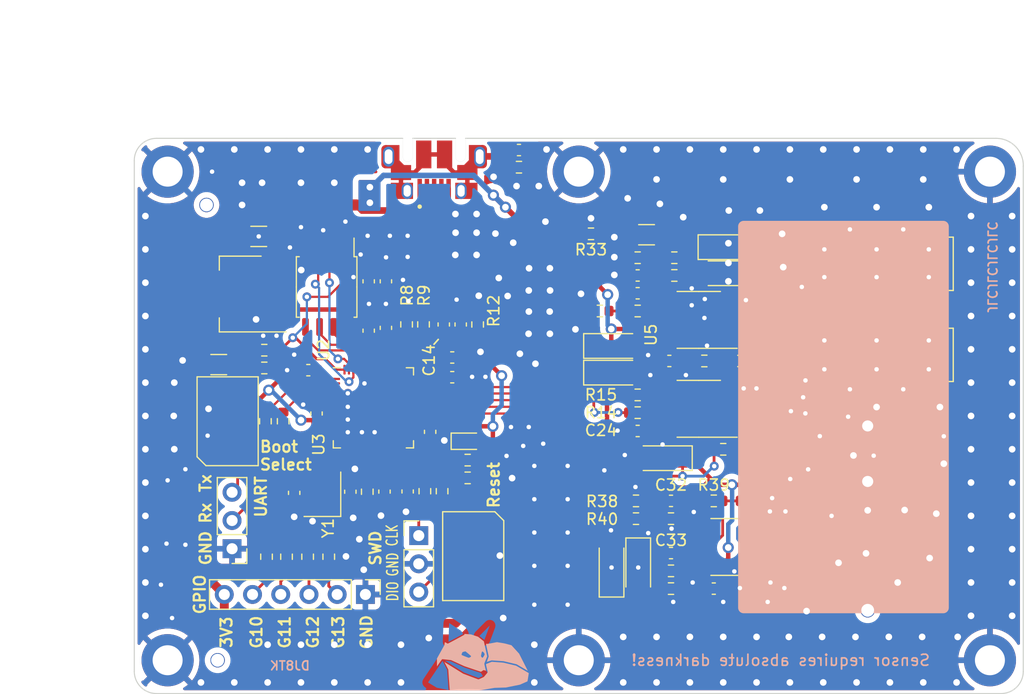
<source format=kicad_pcb>
(kicad_pcb (version 20240108) (generator "pcbnew") (generator_version "8.0")
  (title_block (title "betaBoard") (date "2024-02-07") (rev "R2") (company "Tim Kuhlbusch") (comment 1 "Beta radiation detector"))
  (layers (0 "F.Cu" signal) (31 "B.Cu" signal) (34 "B.Paste" user) (35 "F.Paste" user) (36 "B.SilkS" user "B.Silkscreen") (37 "F.SilkS" user "F.Silkscreen") (38 "B.Mask" user) (39 "F.Mask" user) (44 "Edge.Cuts" user))
  (net 0 "")
  (net 1 "+3V3")
  (net 2 "GND")
  (net 3 "Net-(U3-XIN)")
  (net 4 "Net-(C13-Pad1)")
  (net 5 "VCC")
  (net 6 "Net-(U3-ADC_AVDD)")
  (net 7 "Net-(U4B-+)")
  (net 8 "Net-(U4B--)")
  (net 9 "Net-(U5B-+)")
  (net 10 "Net-(U5B--)")
  (net 11 "Net-(U5A--)")
  (net 12 "Net-(D4-K)")
  (net 13 "Net-(D6-K)")
  (net 14 "Net-(D8-K)")
  (net 15 "/MCU/SWD_CLK")
  (net 16 "/MCU/SWD_SIO")
  (net 17 "Net-(D19-A)")
  (net 19 "Net-(J6-Pin_2)")
  (net 20 "Net-(J6-Pin_3)")
  (net 21 "Net-(J6-Pin_4)")
  (net 22 "Net-(J6-Pin_5)")
  (net 23 "Net-(U3-USB_DP)")
  (net 24 "Net-(U3-USB_DM)")
  (net 25 "Net-(D11-K)")
  (net 26 "/MCU/ADC1")
  (net 27 "/MCU/ADC2")
  (net 28 "/MCU/ADC3")
  (net 29 "Net-(C19-Pad2)")
  (net 30 "/MCU/VREG_PICO")
  (net 31 "Net-(U3-RUN)")
  (net 32 "Net-(C27-Pad2)")
  (net 33 "Net-(C29-Pad2)")
  (net 34 "Net-(J4-Pin_2)")
  (net 35 "Net-(J4-Pin_3)")
  (net 36 "/particle_sensor_array1/Diodes")
  (net 37 "Net-(J5-Pin_1)")
  (net 38 "Net-(J5-Pin_3)")
  (net 39 "/MCU/GP18")
  (net 40 "Net-(R6-Pad1)")
  (net 41 "Net-(U3-XOUT)")
  (net 42 "/MCU/UART0_RX")
  (net 43 "/MCU/UART0_TX")
  (net 44 "/MCU/GP13")
  (net 45 "/MCU/GP12")
  (net 46 "/MCU/GP11")
  (net 47 "/MCU/GP10")
  (net 48 "Net-(U4A-+)")
  (net 49 "Net-(U4A--)")
  (net 50 "/5V_USB")
  (net 51 "/MCU/USB_DM")
  (net 52 "/MCU/USB_DP")
  (net 53 "/MCU/QSPI.SS")
  (net 54 "/MCU/QSPI.SD1")
  (net 55 "/MCU/QSPI.SD2")
  (net 56 "/MCU/QSPI.SD0")
  (net 57 "/MCU/QSPI.SCLK")
  (net 58 "/MCU/QSPI.SD3")
  (net 60 "Net-(C21-Pad2)")
  (net 71 "Net-(U6A--)")
  (net 77 "/MCU/GP17")
  (net 78 "Net-(J2-Shield)")
  (net 79 "Net-(C30-Pad2)")
  (net 80 "Net-(C31-Pad1)")
  (net 81 "Net-(C31-Pad2)")
  (net 82 "Net-(U6B-+)")
  (net 83 "Net-(U6B--)")
  (net 84 "Net-(C33-Pad2)")
  (net 85 "Net-(D12-K)")
  (net 86 "/Frontend Alpha/out")
  (net 87 "/Frontend Alpha/Diodes")
  (net 88 "/Frontend Alpha/out_bias")
  (footprint "Crystal:Crystal_SMD_3225-4Pin_3.2x2.5mm" (layer "F.Cu") (at 66.929 82.0541 90)
    (property "Reference" "Y1")
    (property "Value" "X322512MSB4SI" (hide yes))
  )
  (footprint "Resistor_SMD:R_0603_1608Metric" (layer "F.Cu") (at 80.899 66.7633 90)
    (property "Reference" "R12")
    (property "Value" "100" (hide yes))
  )
  (footprint "Capacitor_SMD:C_0603_1608Metric" (layer "F.Cu") (at 74.6 81.8001 -90)
    (property "Reference" "C15" (hide yes))
    (property "Value" "100n" (hide yes))
  )
  (footprint "Resistor_SMD:R_0603_1608Metric" (layer "F.Cu") (at 61.7 70.6777)
    (property "Reference" "R6" (hide yes))
    (property "Value" "1k" (hide yes))
  )
  (footprint "Capacitor_SMD:C_0603_1608Metric" (layer "F.Cu") (at 110.875 84.15)
    (property "Reference" "C25" (hide yes))
    (property "Value" "10u" (hide yes))
  )
  (footprint "Resistor_SMD:R_0603_1608Metric" (layer "F.Cu") (at 98.3 88.95 180)
    (property "Reference" "R42" (hide yes))
    (property "Value" "100k" (hide yes))
  )
  (footprint "Capacitor_SMD:C_0603_1608Metric" (layer "F.Cu") (at 95.3 62.35 180)
    (property "Reference" "C28" (hide yes))
    (property "Value" "10u" (hide yes))
  )
  (footprint "Package_TO_SOT_SMD:SOT-223-3_TabPin2" (layer "F.Cu") (at 59.563 64.0201 180)
    (property "Reference" "U1" (hide yes))
    (property "Value" "AMS1117-3.3_SOT223" (hide yes))
  )
  (footprint "betaBoard:JLC_tooling_hole" (layer "F.Cu") (at 57.5 97)
    (property "Reference" "H5" (hide yes))
    (property "Value" "JLC Tooling Hole" (hide yes))
  )
  (footprint "Capacitor_SMD:C_0603_1608Metric" (layer "F.Cu") (at 69.4436 81.8255 90)
    (property "Reference" "C13" (hide yes))
    (property "Value" "30p" (hide yes))
  )
  (footprint "Resistor_SMD:R_0603_1608Metric" (layer "F.Cu") (at 109.55 77.8)
    (property "Reference" "R18" (hide yes))
    (property "Value" "10k" (hide yes))
  )
  (footprint "Capacitor_SMD:C_0603_1608Metric" (layer "F.Cu") (at 79.375 66.7633 90)
    (property "Reference" "C3" (hide yes))
    (property "Value" "100n" (hide yes))
  )
  (footprint "betaBoard:JLC_tooling_hole" (layer "F.Cu") (at 116 92.5)
    (property "Reference" "H6" (hide yes))
    (property "Value" "JLC Tooling Hole" (hide yes))
  )
  (footprint "Resistor_SMD:R_0603_1608Metric" (layer "F.Cu") (at 107.9 73.3 180)
    (property "Reference" "R19" (hide yes))
    (property "Value" "100k" (hide yes))
  )
  (footprint "Capacitor_SMD:C_0603_1608Metric" (layer "F.Cu") (at 98.15 70.05 180)
    (property "Reference" "C18" (hide yes))
    (property "Value" "100n" (hide yes))
  )
  (footprint "Resistor_SMD:R_0603_1608Metric" (layer "F.Cu") (at 95.3 74.705)
    (property "Reference" "R14")
    (property "Value" "10k" (hide yes))
  )
  (footprint "Capacitor_SMD:C_0603_1608Metric" (layer "F.Cu") (at 71.0946 67.3221 90)
    (property "Reference" "C16" (hide yes))
    (property "Value" "100n" (hide yes))
  )
  (footprint "Resistor_SMD:R_0603_1608Metric" (layer "F.Cu") (at 101.3 70.05)
    (property "Reference" "R24" (hide yes))
    (property "Value" "1k" (hide yes))
  )
  (footprint "Package_SO:SOIC-8_3.9x4.9mm_P1.27mm" (layer "F.Cu") (at 103.84 86.8 180)
    (property "Reference" "U6")
    (property "Value" "MCP6232" (hide yes))
  )
  (footprint "Diode_SMD:D_MiniMELF" (layer "F.Cu") (at 113.65 84.45 -90)
    (property "Reference" "D11" (hide yes))
    (property "Value" "ZMM3V3-M" (hide yes))
  )
  (footprint "Resistor_SMD:R_0603_1608Metric" (layer "F.Cu") (at 110.875 82.55)
    (property "Reference" "R35")
    (property "Value" "1k" (hide yes))
  )
  (footprint "Diode_SMD:D_MiniMELF" (layer "F.Cu") (at 95.35 88.65 -90)
    (property "Reference" "D12" (hide yes))
    (property "Value" "ZMM3V3-M" (hide yes))
  )
  (footprint "MountingHole:MountingHole_2.7mm_M2.5_DIN965_Pad" (layer "F.Cu") (at 53 53)
    (property "Reference" "H9" (hide yes))
    (property "Value" "M3 Hole" (hide yes))
  )
  (footprint "betaBoard:TS-1187A-B-A-B" (layer "F.Cu") (at 58.4 75.4777)
    (property "Reference" "SW1" (hide yes))
    (property "Value" "TS-1187A-B-A-B\n" (hide yes))
  )
  (footprint "Resistor_SMD:R_0603_1608Metric" (layer "F.Cu") (at 61.9 87.6777 -90)
    (property "Reference" "R5" (hide yes))
    (property "Value" "10k" (hide yes))
  )
  (footprint "Capacitor_SMD:C_0603_1608Metric" (layer "F.Cu") (at 102.15 90.55)
    (property "Reference" "C23" (hide yes))
    (property "Value" "100n" (hide yes))
  )
  (footprint "Resistor_SMD:R_0603_1608Metric" (layer "F.Cu") (at 80 78.9777 180)
    (property "Reference" "R1" (hide yes))
    (property "Value" "10k" (hide yes))
  )
  (footprint "Resistor_SMD:R_0603_1608Metric" (layer "F.Cu") (at 105.425 67.55 90)
    (property "Reference" "R23")
    (property "Value" "22M" (hide yes))
  )
  (footprint "Capacitor_SMD:C_0603_1608Metric" (layer "F.Cu") (at 109.55 76.25)
    (property "Reference" "C20" (hide yes))
    (property "Value" "10u" (hide yes))
  )
  (footprint "Resistor_SMD:R_0603_1608Metric" (layer "F.Cu") (at 63.4 75.4777 -90)
    (property "Reference" "R32" (hide yes))
    (property "Value" "10k" (hide yes))
  )
  (footprint "Resistor_SMD:R_0603_1608Metric" (layer "F.Cu") (at 80 80.5777)
    (property "Reference" "R10" (hide yes))
    (property "Value" "10k" (hide yes))
  )
  (footprint "Resistor_SMD:R_0603_1608Metric" (layer "F.Cu") (at 91.1 58.6 180)
    (property "Reference" "R33")
    (property "Value" "4R7" (hide yes))
  )
  (footprint "MountingHole:MountingHole_2.7mm_M2.5_DIN965_Pad" (layer "F.Cu") (at 127 53 45)
    (property "Reference" "H2" (hide yes))
    (property "Value" "M3 Hole" (hide yes))
  )
  (footprint "MountingHole:MountingHole_2.7mm_M2.5_DIN965_Pad" (layer "F.Cu") (at 90 53)
    (property "Reference" "H7" (hide yes))
    (property "Value" "M3 Hole" (hide yes))
  )
  (footprint "Resistor_SMD:R_0603_1608Metric" (layer "F.Cu") (at 98.3 90.55)
    (property "Reference" "R43" (hide yes))
    (property "Value" "10k" (hide yes))
  )
  (footprint "Diode_SMD:D_MiniMELF" (layer "F.Cu") (at 93.1 68.7)
    (property "Reference" "D21" (hide yes))
    (property "Value" "ZMM3V3-M" (hide yes))
  )
  (footprint "Resistor_SMD:R_0603_1608Metric" (layer "F.Cu") (at 63.7 87.6777 -90)
    (property "Reference" "R4" (hide yes))
    (property "Value" "10k" (hide yes))
  )
  (footprint "Resistor_SMD:R_0603_1608Metric" (layer "F.Cu") (at 61.7 69.0777 180)
    (property "Reference" "R7" (hide yes))
    (property "Value" "10k" (hide yes))
  )
  (footprint "Resistor_SMD:R_0603_1608Metric" (layer "F.Cu") (at 107.9 71.65)
    (property "Reference" "R17" (hide yes))
    (property "Value" "1k" (hide yes))
  )
  (footprint "Resistor_SMD:R_0603_1608Metric" (layer "F.Cu") (at 106.35 79.455)
    (property "Reference" "R16")
    (property "Value" "1k" (hide yes))
  )
  (footprint "Capacitor_SMD:C_1206_3216Metric" (layer "F.Cu") (at 96.1 58.683 180)
    (property "Reference" "C22" (hide yes))
    (property "Value" "100u" (hide yes))
  )
  (footprint "Resistor_SMD:R_0603_1608Metric" (layer "F.Cu") (at 102.15 82.65)
    (property "Reference" "R39")
    (property "Value" "1k" (hide yes))
  )
  (footprint "Package_SO:SOIC-8_3.9x4.9mm_P1.27mm" (layer "F.Cu") (at 100.8 74.355 180)
    (property "Reference" "U4")
    (property "Value" "MCP6232" (hide yes))
  )
  (footprint "Capacitor_SMD:C_0603_1608Metric" (layer "F.Cu") (at 106.35 77.855 180)
    (property "Reference" "C21" (hide yes))
    (property "Value" "10p" (hide yes))
  )
  (footprint "Resistor_SMD:R_0603_1608Metric" (layer "F.Cu") (at 108.44 88.25 90)
    (property "Reference" "R37")
    (property "Value" "10M" (hide yes))
  )
  (footprint "Capacitor_SMD:C_0603_1608Metric" (layer "F.Cu") (at 65.659 70.8781 180)
    (property "Reference" "C8" (hide yes))
    (property "Value" "100n" (hide yes))
  )
  (footprint "Diode_SMD:D_MiniMELF" (layer "F.Cu") (at 103.4 62.15 180)
    (property "Reference" "D4")
    (property "Value" "ZMM3V3-M" (hide yes))
  )
  (footprint "Connector_PinHeader_2.54mm:PinHeader_1x03_P2.54mm_Vertical" (layer "F.Cu") (at 75.6 85.7777)
    (property "Reference" "J5" (hide yes))
    (property "Value" "DNP" (hide yes))
  )
  (footprint "Capacitor_SMD:C_0603_1608Metric" (layer "F.Cu") (at 78.613 71.5131)
    (property "Reference" "C4" (hide yes))
    (property "Value" "100n" (hide yes))
  )
  (footprint "Diode_SMD:D_MiniMELF" (layer "F.Cu") (at 97.55 78.805 180)
    (property "Reference" "D10" (hide yes))
    (property "Value" "ZMM3V3-M" (hide yes))
  )
  (footprint "Capacitor_SMD:C_0603_1608Metric" (layer "F.Cu") (at 66.4 74.7777 90)
    (property "Reference" "C5" (hide yes))
    (property "Value" "100n" (hide yes))
  )
  (footprint "Resistor_SMD:R_0603_1608Metric" (layer "F.Cu") (at 98.6 60.75)
    (property "Reference" "R13" (hide yes))
    (property "Value" "1k" (hide yes))
  )
  (footprint "Capacitor_SMD:C_0603_1608Metric" (layer "F.Cu") (at 71.0946 62.8771 90)
    (property "Reference" "C7" (hide yes))
    (property "Value" "100n" (hide yes))
  )
  (footprint "Capacitor_SMD:C_0603_1608Metric" (layer "F.Cu") (at 64.389 81.9271 90)
    (property "Reference" "C12" (hide yes))
    (property "Value" "30p" (hide yes))
  )
  (footprint "Resistor_SMD:R_0603_1608Metric" (layer "F.Cu") (at 74.505 66.7556 -90)
    (property "Reference" "R8")
    (property "Value" "27.4" (hide yes))
  )
  (footprint "Diode_SMD:D_MiniMELF" (layer "F.Cu") (at 112.391 76.871 90)
    (property "Reference" "D8")
    (property "Value" "ZMM3V3-M" (hide yes))
  )
  (footprint "Capacitor_SMD:C_0603_1608Metric" (layer "F.Cu") (at 105.35 82.65 180)
    (property "Reference" "C31")
    (property "Value" "100n" (hide yes))
  )
  (footprint "OptoDevice:Osram_BPW34S-SMD" (layer "F.Cu") (at 116.8 61.3 90)
    (property "Reference" "D5" (hide yes))
    (property "Value" "BPW34" (hide yes))
  )
  (footprint "Diode_SMD:D_MiniMELF" (layer "F.Cu") (at 92.95 88.65 90)
    (property "Reference" "D14" (hide yes))
    (property "Value" "ZMM3V3-M" (hide yes))
  )
  (footprint "betaBoard:TS-1187A-B-A-B" (layer "F.Cu") (at 80.5 87.6277 180)
    (property "Reference" "SW2" (hide yes))
    (property "Value" "TS-1187A-B-A-B" (hide yes))
  )
  (footprint "Capacitor_SMD:C_0603_1608Metric" (layer "F.Cu") (at 98.3 82.65)
    (property "Reference" "C32")
    (property "Value" "1u" (hide yes))
  )
  (footprint "MountingHole:MountingHole_2.7mm_M2.5_DIN965_Pad" (layer "F.Cu") (at 90 97 45)
    (property "Reference" "H3" (hide yes))
    (property "Value" "M3 Hole" (hide yes))
  )
  (footprint "Diode_SMD:D_MiniMELF" (layer "F.Cu") (at 103.4 59.8)
    (property "Reference" "D6" (hide yes))
    (property "Value" "ZMM3V3-M" (hide yes))
  )
  (footprint "Resistor_SMD:R_0603_1608Metric" (layer "F.Cu") (at 84.6174 52.599 180)
    (property "Reference" "R45" (hide yes))
    (property "Value" "DNP" (hide yes))
  )
  (footprint "Capacitor_SMD:C_0603_1608Metric" (layer "F.Cu") (at 98.3 87.35)
    (property "Reference" "C33")
    (property "Value" "10p" (hide yes))
  )
  (footprint "Capacitor_SMD:C_0603_1608Metric" (layer "F.Cu") (at 95.3 63.95 180)
    (property "Reference" "C29" (hide yes))
    (property "Value" "10p" (hide yes))
  )
  (footprint "Resistor_SMD:R_0603_1608Metric" (layer "F.Cu") (at 98.3 84.25)
    (property "Reference" "R41" (hide yes))
    (property "Value" "100k" (hide yes))
  )
  (footprint "Capacitor_SMD:C_0603_1608Metric" (layer "F.Cu") (at 72.644 67.0681 90)
    (property "Reference" "C6" (hide yes))
    (property "Value" "100n" (hide yes))
  )
  (footprint "Resistor_SMD:R_0603_1608Metric" (layer "F.Cu") (at 98.6 62.35)
    (property "Reference" "R25" (hide yes))
    (property "Value" "10k" (hide yes))
  )
  (footprint "Resistor_SMD:R_0603_1608Metric" (layer "F.Cu") (at 110.875 85.75)
    (property "Reference" "R36" (hide yes))
    (property "Value" "0" (hide yes))
  )
  (footprint "betaBoard:AMPHENOL_10103592-0001LF" (layer "F.Cu") (at 76.985 50 180)
    (property "Reference" "J2" (hide yes))
    (property "Value" "AMPHENOL_10103592-0001LF")
    (fp_line (start 2.825 0) (end 2.825 -1.65) (stroke (width 0.01)) (layer "Edge.Cuts"))
    (fp_line (start 1.925 -1.65) (end 1.925 0) (stroke (width 0.01)) (layer "Edge.Cuts"))
    (fp_line (start -1.925 -1.65) (end -1.925 0) (stroke (width 0.01)) (layer "Edge.Cuts"))
    (fp_line (start -2.825 0) (end -2.825 -1.65) (stroke (width 0.01)) (layer "Edge.Cuts"))
    (fp_arc (start 2.375 -2.1) (mid 2.693198 -1.968198) (end 2.825 -1.65) (stroke (width 0.01)) (layer "Edge.Cuts"))
    (fp_arc (start 1.925 -1.65) (mid 2.056802 -1.968198) (end 2.375 -2.1) (stroke (width 0.01)) (layer "Edge.Cuts"))
    (fp_arc (start -2.375 -2.1) (mid -2.056802 -1.968198) (end -1.925 -1.65) (stroke (width 0.01)) (layer "Edge.Cuts"))
    (fp_arc (start -2.825 -1.65) (mid -2.693198 -1.968198) (end -2.375 -2.1) (stroke (width 0.01)) (layer "Edge.Cuts"))
  )
  (footprint "Capacitor_SMD:C_0603_1608Metric" (layer "F.Cu") (at 107.9 68.35 180)
    (property "Reference" "C26" (hide yes))
    (property "Value" "2p2" (hide yes))
  )
  (footprint "Resistor_SMD:R_0603_1608Metric" (layer "F.Cu") (at 107.9 66.7)
    (property "Reference" "R34" (hide yes))
    (property "Value" "0" (hide yes))
  )
  (footprint "MountingHole:MountingHole_2.7mm_M2.5_DIN965_Pad" (layer "F.Cu") (at 53 97)
    (property "Reference" "H8" (hide yes))
    (property "Value" "M3 Hole" (hide yes))
  )
  (footprint "Package_SO:SOIC-8_5.23x5.23mm_P1.27mm" (layer "F.Cu") (at 67.31 63.3851 -90)
    (property "Reference" "U2")
    (property "Value" "W25Q128JVSIQ" (hide yes))
  )
  (footprint "Resistor_SMD:R_0603_1608Metric" (layer "F.Cu") (at 70.9676 81.8255 90)
    (property "Reference" "R11" (hide yes))
    (property "Value" "1k" (hide yes))
  )
  (footprint "Capacitor_SMD:C_0603_1608Metric" (layer "F.Cu") (at 110.875 89.05 180)
    (property "Reference" "C34")
    (property "Value" "10p" (hide yes))
  )
  (footprint "Resistor_SMD:R_0603_1608Metric" (layer "F.Cu") (at 95.3 60.75)
    (property "Reference" "R26" (hide yes))
    (property "Value" "100k" (hide yes))
  )
  (footprint "Resistor_SMD:R_0603_1608Metric" (layer "F.Cu") (at 61.8 75.4777 -90)
    (property "Reference" "R31" (hide yes))
    (property "Value" "10k" (hide yes))
  )
  (footprint "Resistor_SMD:R_0603_1608Metric" (layer "F.Cu") (at 110.875 90.65)
    (property "Reference" "R44")
    (property "Value" "100k" (hide yes))
  )
  (footprint "OptoDevice:Osram_BPW34S-SMD" (layer "F.Cu") (at 120.1 88.9 90)
    (property "Reference" "D15" (hide yes))
    (property "Value" "BPW34" (hide yes))
  )
  (footprint "Resistor_SMD:R_0603_1608Metric" (layer "F.Cu") (at 67.5 87.6777 -90)
    (property "Reference" "R2" (hide yes))
    (property "Value" "10k" (hide yes))
  )
  (footprint "Resistor_SMD:R_0603_1608Metric" (layer "F.Cu") (at 95.3 65.55)
    (property "Reference" "R27" (hide yes))
    (property "Value" "100k" (hide yes))
  )
  (footprint "Capacitor_SMD:C_0603_1608Metric" (layer "F.Cu") (at 77.851 66.7633 90)
    (property "Reference" "C14")
    (property "Value" "1u" (hide yes))
  )
  (footprint "OptoDevice:Osram_BPW34S-SMD" (layer "F.Cu") (at 116.8 69.5 -90)
    (property "Reference" "D3" (hide yes))
    (property "Value" "BPW34" (hide yes))
  )
  (footprint "Diode_SMD:D_MiniMELF" (layer "F.Cu") (at 93.1 71.1)
    (property "Reference" "D7" (hide yes))
    (property "Value" "ZMM3V3-M" (hide yes))
  )
  (footprint "Capacitor_SMD:C_0603_1608Metric" (layer "F.Cu") (at 107.9 70)
    (property "Reference" "C19" (hide yes))
    (property "Value" "100n" (hide yes))
  )
  (footprint "Resistor_SMD:R_0603_1608Metric" (layer "F.Cu") (at 65.6 87.6777 -90)
    (property "Reference" "R3" (hide yes))
    (property "Value" "10k" (hide yes))
  )
  (footprint "Capacitor_SMD:C_0603_1608Metric" (layer "F.Cu") (at 76.625 76.4331 -90)
    (property "Reference" "C11" (hide yes))
    (property "Value" "100n" (hide yes))
  )
  (footprint "Capacitor_SMD:C_0603_1608Metric" (layer "F.Cu") (at 95.3 76.355 180)
    (property "Reference" "C24")
    (property "Value" "100n" (hide yes))
  )
  (footprint "Connector_PinHeader_2.54mm:PinHeader_1x06_P2.54mm_Vertical" (layer "F.Cu") (at 70.8 91.0777 -90)
    (property "Reference" "J6" (hide yes))
    (property "Value" "DNP" (hide yes))
  )
  (footprint "Capacitor_SMD:C_1206_3216Metric" (layer "F.Cu") (at 57.6 70.3777 180)
    (property "Reference" "C2" (hide yes))
    (property "Value" "10u" (hide yes))
  )
  (footprint "Package_DFN_QFN:QFN-56-1EP_7x7mm_P0.4mm_EP3.2x3.2mm" (layer "F.Cu") (at 71.519 74.2696)
    (property "Reference" "U3")
    (property "Value" "RP2040" (hide yes))
  )
  (footprint "Connector_PinHeader_2.54mm:PinHeader_1x03_P2.54mm_Vertical" (layer "F.Cu") (at 58.8 86.9577 180)
    (property "Reference" "J4" (hide yes))
    (property "Value" "DNP" (hide yes))
  )
  (footprint "Resistor_SMD:R_0603_1608Metric" (layer "F.Cu") (at 95.3 73.105)
    (property "Reference" "R15")
    (property "Value" "10k" (hide yes))
  )
  (footprint "Resistor_SMD:R_0603_1608Metric" (layer "F.Cu") (at 95.15 82.65 180)
    (property "Reference" "R38")
    (property "Value" "1k" (hide yes))
  )
  (footprint "OptoDevice:Osram_BPW34S-SMD" (layer "F.Cu") (at 112.1 69.5 -90)
    (property "Reference" "D2" (hide yes))
    (property "Value" "BPW34" (hide yes))
  )
  (footprint "Resistor_SMD:R_0603_1608Metric" (layer "F.Cu") (at 106.35 76.255)
    (property "Reference" "R20" (hide yes))
    (property "Value" "10k" (hide yes))
  )
  (footprint "Capacitor_SMD:C_0603_1608Metric" (layer "F.Cu") (at 78.613 69.7351)
    (property "Reference" "C17" (hide yes))
    (property "Value" "1u" (hide yes))
  )
  (footprint "Capacitor_SMD:C_0603_1608Metric" (layer "F.Cu") (at 72.517 81.8131 -90)
    (property "Reference" "C10" (hide yes))
    (property "Value" "100n" (hide yes))
  )
  (footprint "Resistor_SMD:R_0603_1608Metric" (layer "F.Cu") (at 95.15 84.25 180)
    (property "Reference" "R40")
    (property "Value" "10k" (hide yes))
  )
  (footprint "LED_SMD:LED_0603_1608Metric" (layer "F.Cu") (at 80 77.2777)
    (property "Reference" "D19" (hide yes))
    (property "Value" "LED" (hide yes))
  )
  (footprint "Capacitor_SMD:C_0603_1608Metric" (layer "F.Cu") (at 107.9 65)
    (property "Reference" "C45" (hide yes))
    (property "Value" "10u" (hide yes))
  )
  (footprint "Package_SO:SOIC-8_3.9x4.9mm_P1.27mm" (layer "F.Cu") (at 100.8 66.35 180)
    (property "Reference" "U5")
    (property "Value" "MCP6232" (hide yes))
  )
  (footprint "Resistor_SMD:R_0603_1608Metric" (layer "F.Cu") (at 76.15 81.7777 -90)
    (property "Reference" "R30" (hide yes))
    (property "Value" "10k" (hide yes))
  )
  (footprint "OptoDevice:Osram_BPW34S-SMD" (layer "F.Cu") (at 121.5 69.5 -90)
    (property "Reference" "D13" (hide yes))
    (property "Value" "BPW34" (hide yes))
  )
  (footprint "betaBoard:JLC_tooling_hole" (layer "F.Cu") (at 56.5 56)
    (property "Reference" "H4" (hide yes))
    (property "Value" "JLC Tooling Hole" (hide yes))
  )
  (footprint "Capacitor_SMD:C_0603_1608Metric" (layer "F.Cu") (at 110.875 87.35)
    (property "Reference" "C30")
    (property "Value" "10p" (hide yes))
  )
  (footprint "MountingHole:MountingHole_2.7mm_M2.5_DIN965_Pad" (layer "F.Cu") (at 127 97 45)
    (property "Reference" "H1" (hide yes))
    (property "Value" "M3 Hole" (hide yes))
  )
  (footprint "Capacitor_SMD:C_1206_3216Metric" (layer "F.Cu") (at 61.2 58.8331 180)
    (property "Reference" "C1" (hide yes))
    (property "Value" "100u" (hide yes))
  )
  (footprint "Resistor_SMD:R_0603_1608Metric" (layer "F.Cu") (at 103 78.005)
    (property "Reference" "R22" (hide yes))
    (property "Value" "10k" (hide yes))
  )
  (footprint "OptoDevice:Osram_BPW34S-SMD" (layer "F.Cu") (at 112.1 61.3 90)
    (property "Reference" "D1" (hide yes))
    (property "Value" "BPW34" (hide yes))
  )
  (footprint "OptoDevice:Osram_BPW34S-SMD" (layer "F.Cu") (at 121.5 61.3 90)
    (property "Reference" "D9" (hide yes))
    (property "Value" "BPW34" (hide yes))
  )
  (footprint "Capacitor_SMD:C_0603_1608Metric" (layer "F.Cu") (at 72.644 62.8771 90)
    (property "Reference" "C9" (hide yes))
    (property "Value" "1u" (hide yes))
  )
  (footprint "Resistor_SMD:R_0603_1608Metric" (layer "F.Cu") (at 107.9 63.3)
    (property "Reference" "R21" (hide yes))
    (property "Value" "1k" (hide yes))
  )
  (footprint "Resistor_SMD:R_0603_1608Metric" (layer "F.Cu") (at 76.029 66.7556 -90)
    (property "Reference" "R9")
    (property "Value" "27.4" (hide yes))
  )
  (footprint "Resistor_SMD:R_0603_1608Metric" (layer "F.Cu") (at 91.9 65.55)
    (property "Reference" "R28" (hide yes))
    (property "Value" "10k" (hide yes))
  )
  (footprint "Capacitor_SMD:C_0603_1608Metric" (layer "F.Cu") (at 84.6174 51.054)
    (property "Reference" "C43" (hide yes))
    (property "Value" "DNP" (hide yes))
  )
  (footprint "Capacitor_SMD:C_0603_1608Metric" (layer "F.Cu") (at 104.45 70.05 180)
    (property "Reference" "C27" (hide yes))
    (property "Value" "100n" (hide yes))
  )
  (footprint "Resistor_SMD:R_0603_1608Metric" (layer "F.Cu") (at 77.7 81.7777 -90)
    (property "Reference" "R29" (hide yes))
    (property "Value" "10k" (hide yes))
  )
  (footprint "Capacitor_THT:CP_Radial_D10.0mm_P5.00mm" (layer "B.Cu") (at 116 80.9 90)
    (property "Reference" "C35")
    (property "Value" "DNP")
  )
  (footprint "AAA_stickaas:polyfox" (layer "B.Cu") (at 81 96.7777 180)
    (property "Reference" "G***" (hide yes))
    (property "Value" "LOGO" (hide yes))
  )
  (gr_rect (start 104.84 57.93) (end 122.8 92.27) (stroke (width 1)) (fill solid) (layer "B.SilkS"))
  (gr_line (start 76.9744 68.5413) (end 77.3554 68.1095) (stroke (width 0.15)) (layer "F.SilkS"))
  (gr_line (start 75.06 50) (end 78.91 50) (stroke (width 0.1)) (layer "Edge.Cuts"))
  (gr_arc (start 130 98) (mid 129.414216 99.414229) (end 128 100) (stroke (width 0.1)) (layer "Edge.Cuts"))
  (gr_arc (start 127.502643 50) (mid 129.286 50.716643) (end 130.002643 52.5) (stroke (width 0.1)) (layer "Edge.Cuts"))
  (gr_line (start 63.7416 50) (end 74.16 50) (stroke (width 0.1)) (layer "Edge.Cuts"))
  (gr_arc (start 52 100) (mid 50.585786 99.414214) (end 50 98) (stroke (width 0.1)) (layer "Edge.Cuts"))
  (gr_line (start 128 100) (end 52 100) (stroke (width 0.1)) (layer "Edge.Cuts"))
  (gr_line (start 52 50) (end 63.7416 50) (stroke (width 0.1)) (layer "Edge.Cuts"))
  (gr_line (start 50 98) (end 50 52) (stroke (width 0.1)) (layer "Edge.Cuts"))
  (gr_line (start 130 52.5) (end 130 98) (stroke (width 0.1)) (layer "Edge.Cuts"))
  (gr_arc (start 50 52) (mid 50.585786 50.585786) (end 52 50) (stroke (width 0.1)) (layer "Edge.Cuts"))
  (gr_line (start 79.81 50) (end 127.502643 50) (stroke (width 0.1)) (layer "Edge.Cuts"))
  (gr_text "JLCJLCJLCJLC" (at 127.2 61.6 270) (layer "B.SilkS") (effects (font (size 0.8 0.8)) (justify mirror)))
  (gr_text "DJ8TK" (at 64 97.5 0) (layer "B.SilkS") (effects (font (size 0.8 0.8)) (justify mirror)))
  (gr_text "Sensor requires absolute darkness!" (at 121.7 97 0) (layer "B.SilkS") (effects (font (size 1 1)) (justify left mirror)))
  (gr_text "GPIO" (at 55.9 91.0777 90) (layer "F.SilkS") (effects (font (size 1 1) (thickness 0.2))))
  (gr_text "G13" (at 68.36 94.4731 90) (layer "F.SilkS") (effects (font (size 1 1) (thickness 0.2))))
  (gr_text "G10" (at 60.994 94.4731 90) (layer "F.SilkS") (effects (font (size 1 1) (thickness 0.2))))
  (gr_text "Boot\nSelect" (at 61.2 78.5777 0) (layer "F.SilkS") (effects (font (size 1 1) (thickness 0.2)) (justify left)))
  (gr_text "Tx" (at 56.4162 81.0619 90) (layer "F.SilkS") (effects (font (size 1 1) (thickness 0.2))))
  (gr_text "Rx" (at 56.4162 83.7543 90) (layer "F.SilkS") (effects (font (size 1 1) (thickness 0.2))))
  (gr_text "G11\n" (at 63.534 94.4731 90) (layer "F.SilkS") (effects (font (size 1 1) (thickness 0.2))))
  (gr_text "UART" (at 61.4 82.2777 90) (layer "F.SilkS") (effects (font (size 1 1) (thickness 0.2))))
  (gr_text "Reset" (at 82.35 81.2277 90) (layer "F.SilkS") (effects (font (size 1 1) (thickness 0.2))))
  (gr_text "GND" (at 70.9 94.4731 90) (layer "F.SilkS") (effects (font (size 1 1) (thickness 0.2))))
  (gr_text "CLK" (at 73.2 85.75 90) (layer "F.SilkS") (effects (font (size 1 0.7) (thickness 0.13) (bold yes))))
  (gr_text "GND" (at 56.4162 86.9039 90) (layer "F.SilkS") (effects (font (size 1 1) (thickness 0.2))))
  (gr_text "DIO" (at 73.25 90.8 90) (layer "F.SilkS") (effects (font (size 1 0.7) (thickness 0.13) (bold yes))))
  (gr_text "betaBoard R2.0\nDemonostration\nParticle Detector\n2024 Kuhlbusch" (at 119.7 79.4 90) (layer "F.SilkS") (effects (font (size 0.8 0.8))))
  (gr_text "Alpha" (at 116.9 88.6 90) (layer "F.SilkS") (effects (font (size 1 1) (thickness 0.2))))
  (gr_text "SWD" (at 71.7 86.9 90) (layer "F.SilkS") (effects (font (size 1 1) (thickness 0.2))))
  (gr_text "G12" (at 66.074 94.4731 90) (layer "F.SilkS") (effects (font (size 1 1) (thickness 0.2))))
  (gr_text "3V3" (at 58.3 94.4777 90) (layer "F.SilkS") (effects (font (size 1 1) (thickness 0.2))))
  (gr_text "GND" (at 73.25 88.3777 90) (layer "F.SilkS") (effects (font (size 1 0.7) (thickness 0.13) (bold yes))))
  (segment (start 73.5 82.0211) (end 73.5 84.3223) (width 0.2) (layer "F.Cu") (net 1))
  (segment (start 69.215 64.9091) (end 70.472 63.6521) (width 0.4) (layer "F.Cu") (net 1))
  (segment (start 71.9074 68.5667) (end 72.517 67.9571) (width 0.2) (layer "F.Cu") (net 1))
  (segment (start 79.3 75.6581) (end 76.625 75.6581) (width 0.4) (layer "F.Cu") (net 1))
  (segment (start 71.719 69.4917) (end 71.9074 69.3033) (width 0.2) (layer "F.Cu") (net 1))
  (segment (start 73.533 64.5411) (end 72.644 63.6521) (width 0.3) (layer "F.Cu") (net 1))
  (segment (start 67.2255 71.6696) (end 66.434 70.8781) (width 0.2) (layer "F.Cu") (net 1))
  (segment (start 81.407 81.9707) (end 80.825 81.3887) (width 0.4) (layer "F.Cu") (net 1))
  (segment (start 62.1 72.6777) (end 62.8836 71.8941) (width 0.4) (layer "F.Cu") (net 1))
  (segment (start 77.6815 71.6696) (end 77.838 71.5131) (width 0.2) (layer "F.Cu") (net 1))
  (segment (start 78.4482 68.4651) (end 79.375 67.5383) (width 0.2) (layer "F.Cu") (net 1))
  (segment (start 79.5746 75.9327) (end 79.3 75.6581) (width 0.4) (layer "F.Cu") (net 1))
  (segment (start 80.825 81.3887) (end 80.825 80.5777) (width 0.4) (layer "F.Cu") (net 1))
  (segment (start 81.407 83.1707) (end 81.407 81.9707) (width 0.4) (layer "F.Cu") (net 1))
  (segment (start 56.5 80.8777) (end 58.2 79.1777) (width 0.8) (layer "F.Cu") (net 1))
  (segment (start 73.719 70.8321) (end 73.719 70.299625) (width 0.2) (layer "F.Cu") (net 1))
  (segment (start 68.0815 71.6696) (end 67.2255 71.6696) (width 0.2) (layer "F.Cu") (net 1))
  (segment (start 72.517 67.9571) (end 72.517 67.6576) (width 0.2) (layer "F.Cu") (net 1))
  (segment (start 66.225 75.3777) (end 66.4 75.5527) (width 0.4) (layer "F.Cu") (net 1))
  (segment (start 64.36 65.4171) (end 62.963 64.0201) (width 0.4) (layer "F.Cu") (net 1))
  (segment (start 74.9565 75.2696) (end 76.0115 75.2696) (width 0.2) (layer "F.Cu") (net 1))
  (segment (start 83.058 71.3777) (end 82.3044 70.6241) (width 0.4) (layer "F.Cu") (net 1))
  (segment (start 81.407 81.9707) (end 82.2706 81.1071) (width 0.4) (layer "F.Cu") (net 1))
  (segment (start 71.719 80.2401) (end 72.517 81.0381) (width 0.2) (layer "F.Cu") (net 1))
  (segment (start 82.2706 81.1071) (end 82.2706 75.9327) (width 0.4) (layer "F.Cu") (net 1))
  (segment (start 58.1 91.0777) (end 56.5 89.4777) (width 0.8) (layer "F.Cu") (net 1))
  (segment (start 61.2326 73.5451) (end 59.101765 73.5451) (width 0.4) (layer "F.Cu") (net 1))
  (segment (start 59.101765 73.5451) (end 59.075 73.518335) (width 0.4) (layer "F.Cu") (net 1))
  (segment (start 72.644 67.8431) (end 72.9033 67.5838) (width 0.2) (layer "F.Cu") (net 1))
  (segment (start 72.119 69.5149) (end 71.9074 69.3033) (width 0.2) (layer "F.Cu") (net 1))
  (segment (start 72.644 67.8431) (end 72.644 67.8301) (width 0.2) (layer "F.Cu") (net 1))
  (segment (start 65 75.3777) (end 66.225 75.3777) (width 0.4) (layer "F.Cu") (net 1))
  (segment (start 58.2 74.393335) (end 59.075 73.518335) (width 0.8) (layer "F.Cu") (net 1))
  (segment (start 81.1 83.4777) (end 80.6 83.9777) (width 0.8) (layer "F.Cu") (net 1))
  (segment (start 80.6 83.9777) (end 80.6 91.9777) (width 0.8) (layer "F.Cu") (net 1))
  (segment (start 72.9033 67.5838) (end 72.9033 67.5306) (width 0.2) (layer "F.Cu") (net 1))
  (segment (start 73.5 84.3223) (end 73.5 93.6777) (width 0.4) (layer "F.Cu") (net 1))
  (segment (start 62.1 72.6777) (end 61.2326 73.5451) (width 0.4) (layer "F.Cu") (net 1))
  (segment (start 82.3044 70.6241) (end 82.3044 66.4427) (width 0.4) (layer "F.Cu") (net 1))
  (segment (start 82.3044 66.4427) (end 81.8 65.9383) (width 0.4) (layer "F.Cu") (net 1))
  (segment (start 58.2 79.1777) (end 58.2 74.393335) (width 0.8) (layer "F.Cu") (net 1))
  (segment (start 65.418 71.8941) (end 66.434 70.8781) (width 0.4) (layer "F.Cu") (net 1))
  (segment (start 78.727 70.6241) (end 77.838 71.5131) (width 0.2) (layer "F.Cu") (net 1))
  (segment (start 58.1 92.8777) (end 58.1 91.0777) (width 0.8) (layer "F.Cu") (net 1))
  (segment (start 73.533 66.9411) (end 73.533 64.5411) (width 0.2) (layer "F.Cu") (net 1))
  (segment (start 71.719 77.7071) (end 71.719 80.2401) (width 0.2) (layer "F.Cu") (net 1))
  (segment (start 72.517 81.0381) (end 73.5 82.0211) (width 0.2) (layer "F.Cu") (net 1))
  (segment (start 62.963 64.0201) (end 62.713 64.0201) (width 0.4) (layer "F.Cu") (net 1))
  (segment (start 73.719 70.299625) (end 74.029525 69.9891) (width 0.2) (layer "F.Cu") (net 1))
  (segment (start 69.215 64.9091) (end 68.707 65.4171) (width 0.4) (layer "F.Cu") (net 1))
  (segment (start 72.644 67.8301) (end 73.533 66.9411) (width 0.2) (layer "F.Cu") (net 1))
  (segment (start 59.075 70.3777) (end 59.1 70.3527) (width 0.8) (layer "F.Cu") (net 1))
  (segment (start 76.0115 75.2696) (end 76.4 75.6581) (width 0.2) (layer "F.Cu") (net 1))
  (segment (start 70.472 63.6521) (end 72.644 63.6521) (width 0.4) (layer "F.Cu") (net 1))
  (segment (start 58.9 93.6777) (end 58.1 92.8777) (width 0.8) (layer "F.Cu") (net 1))
  (segment (start 77.597 68.4651) (end 78.4482 68.4651) (width 0.2) (layer "F.Cu") (net 1))
  (segment (start 80.899 66.0143) (end 80.899 65.9383) (width 0.2) (layer "F.Cu") (net 1))
  (segment (start 60.875 69.0777) (end 60.6866 69.0777) (width 0.4) (layer "F.Cu") (net 1))
  (segment (start 68.707 65.4171) (end 69.215 65.9251) (width 0.4) (layer "F.Cu") (net 1))
  (segment (start 79.375 67.5383) (end 80.899 66.0143) (width 0.2) (layer "F.Cu") (net 1))
  (segment (start 59.075 73.518335) (end 59.075 70.3777) (width 0.8) (layer "F.Cu") (net 1))
  (segment (start 74.029525 69.9891) (end 76.073 69.9891) (width 0.2) (layer "F.Cu") (net 1))
  (segment (start 68.707 65.4171) (end 64.36 65.4171) (width 0.4) (layer "F.Cu") (net 1))
  (segment (start 76.073 69.9891) (end 77.597 68.4651) (width 0.2) (layer "F.Cu") (net 1))
  (segment (start 76.4 75.6581) (end 76.625 75.6581) (width 0.2) (layer "F.Cu") (net 1))
  (segment (start 60.6866 69.0777) (end 59.1 67.4911) (width 0.4) (layer "F.Cu") (net 1))
  (segment (start 60.875 69.0777) (end 60.875 69.1851) (width 0.4) (layer "F.Cu") (net 1))
  (segment (start 69.215 65.9251) (end 69.215 66.9851) (width 0.4) (layer "F.Cu") (net 1))
  (segment (start 78.9 93.6777) (end 58.9 93.6777) (width 0.8) (layer "F.Cu") (net 1))
  (segment (start 59.1 70.3527) (end 59.1 67.4911) (width 0.8) (layer "F.Cu") (net 1))
  (segment (start 82.2706 75.9327) (end 79.5746 75.9327) (width 0.4) (layer "F.Cu") (net 1))
  (segment (start 81.1 83.4777) (end 81.407 83.1707) (width 0.4) (layer "F.Cu") (net 1))
  (segment (start 80.6 91.9777) (end 78.9 93.6777) (width 0.8) (layer "F.Cu") (net 1))
  (segment (start 82.3044 70.6241) (end 78.727 70.6241) (width 0.2) (layer "F.Cu") (net 1))
  (segment (start 59 64.0201) (end 56.413 64.0201) (width 1) (layer "F.Cu") (net 1))
  (segment (start 72.119 70.8321) (end 72.119 69.5149) (width 0.2) (layer "F.Cu") (net 1))
  (segment (start 68.0815 75.2696) (end 66.3799 75.2696) (width 0.2) (layer "F.Cu") (net 1))
  (segment (start 62.713 64.0201) (end 59 64.0201) (width 1) (layer "F.Cu") (net 1))
  (segment (start 81.8 65.9383) (end 80.899 65.9383) (width 0.4) (layer "F.Cu") (net 1))
  (segment (start 71.9074 69.3033) (end 71.9074 68.5667) (width 0.2) (layer "F.Cu") (net 1))
  (segment (start 62.8836 71.8941) (end 65.418 71.8941) (width 0.4) (layer "F.Cu") (net 1))
  (segment (start 71.719 70.8321) (end 71.719 69.4917) (width 0.2) (layer "F.Cu") (net 1))
  (segment (start 74.9565 71.6696) (end 77.6815 71.6696) (width 0.2) (layer "F.Cu") (net 1))
  (segment (start 56.5 89.4777) (end 56.5 80.8777) (width 0.8) (layer "F.Cu") (net 1))
  (via (at 62.1 72.6777) (size 1) (drill 0.6) (layers "F.Cu" "B.Cu") (net 1))
  (via (at 83.058 71.3777) (size 1) (drill 0.6) (layers "F.Cu" "B.Cu") (net 1))
  (via (at 65 75.3777) (size 1) (drill 0.6) (layers "F.Cu" "B.Cu") (net 1))
  (via (at 82.2706 75.9327) (size 1) (drill 0.6) (layers "F.Cu" "B.Cu") (net 1))
  (segment (start 62.3 72.6777) (end 65 75.3777) (width 0.4) (layer "B.Cu") (net 1))
  (segment (start 62.1 72.6777) (end 62.3 72.6777) (width 0.4) (layer "B.Cu") (net 1))
  (segment (start 82.2706 74.8405) (end 82.2706 75.9327) (width 0.4) (layer "B.Cu") (net 1))
  (segment (start 83.058 74.0531) (end 83.058 71.3777) (width 0.4) (layer "B.Cu") (net 1))
  (segment (start 83.058 74.0531) (end 82.2706 74.8405) (width 0.4) (layer "B.Cu") (net 1))
  (segment (start 69.4436 81.0505) (end 69.4436 80.1745) (width 0.4) (layer "F.Cu") (net 2))
  (segment (start 79.388 69.7351) (end 80.645 69.7351) (width 0.4) (layer "F.Cu") (net 2))
  (segment (start 105.991 72.521) (end 103.346 72.521) (width 0.4) (layer "F.Cu") (net 2))
  (segment (start 62.8 67.7777) (end 62.8 66.4071) (width 0.4) (layer "F.Cu") (net 2))
  (segment (start 71.0946 66.5471) (end 71.0946 64.9345) (width 0.4) (layer "F.Cu") (net 2))
  (segment (start 74.45 83.6277) (end 74.6 83.4777) (width 0.4) (layer "F.Cu") (net 2))
  (segment (start 70.485 75.3036) (end 71.519 74.2696) (width 0.2) (layer "F.Cu") (net 2))
  (segment (start 72.2 83.9777) (end 72.517 83.6607) (width 0.4) (layer "F.Cu") (net 2))
  (segment (start 70.7136 72.0719) (end 70.7136 73.4642) (width 0.2) (layer "F.Cu") (net 2))
  (segment (start 67.8754 81.0505) (end 67.779 80.9541) (width 0.4) (layer "F.Cu") (net 2))
  (segment (start 79.4234 71.4777) (end 79.388 71.5131) (width 0.4) (layer "F.Cu") (net 2))
  (segment (start 70.519 76.5001) (end 70.519 77.7071) (width 0.2) (layer "F.Cu") (net 2))
  (segment (start 94.525 76.355) (end 93.525 76.355) (width 0.4) (layer "F.Cu") (net 2))
  (segment (start 93.525 76.355) (end 93.491 76.321) (width 0.4) (layer "F.Cu") (net 2))
  (segment (start 70.7136 73.4642) (end 71.519 74.2696) (width 0.2) (layer "F.Cu") (net 2))
  (segment (start 70.485 76.4661) (end 70.485 75.3036) (width 0.2) (layer "F.Cu") (net 2))
  (segment (start 106.315 84.895) (end 107.305 84.895) (width 0.4) (layer "F.Cu") (net 2))
  (segment (start 78.285 54.525) (end 78.285 56.585) (width 0.4) (layer "F.Cu") (net 2))
  (segment (start 70.485 76.4661) (end 70.519 76.5001) (width 0.2) (layer "F.Cu") (net 2))
  (segment (start 66.04 83.1931) (end 66.079 83.1541) (width 0.4) (layer "F.Cu") (net 2))
  (segment (start 66.079 82.9041) (end 66.079 83.1541) (width 0.2) (layer "F.Cu") (net 2))
  (segment (start 69.4436 81.0505) (end 67.8754 81.0505) (width 0.4) (layer "F.Cu") (net 2))
  (segment (start 112.6 84.15) (end 112.75 84) (width 0.4) (layer "F.Cu") (net 2))
  (segment (start 64.389 82.7021) (end 64.389 84.0861) (width 0.4) (layer "F.Cu") (net 2))
  (segment (start 103.346 72.521) (end 103.275 72.45) (width 0.4) (layer "F.Cu") (net 2))
  (segment (start 67.779 80.9541) (end 67.779 81.2041) (width 0.2) (layer "F.Cu") (net 2))
  (segment (start 111.65 84.15) (end 112.6 84.15) (width 0.4) (layer "F.Cu") (net 2))
  (segment (start 72.517 83.6607) (end 72.517 82.5881) (width 0.4) (layer "F.Cu") (net 2))
  (segment (start 69.4436 80.1745) (end 69.85 79.7681) (width 0.4) (layer "F.Cu") (net 2))
  (segment (start 107.305 84.895) (end 108.6 83.6) (width 0.4) (layer "F.Cu") (net 2))
  (segment (start 62.8 66.4071) (end 62.713 66.3201) (width 0.4) (layer "F.Cu") (net 2))
  (segment (start 77.851 65.6835) (end 79.0064 64.5281) (width 0.4) (layer "F.Cu") (net 2))
  (segment (start 71.0946 64.9345) (end 71.12 64.9091) (width 0.4) (layer "F.Cu") (net 2))
  (segment (start 72.644 64.9091) (end 72.644 66.2931) (width 0.4) (layer "F.Cu") (net 2))
  (segment (start 67.779 81.2041) (end 66.079 82.9041) (width 0.3) (layer "F.Cu") (net 2))
  (segment (start 61.6 67.7777) (end 62.8 67.7777) (width 0.4) (layer "F.Cu") (net 2))
  (segment (start 80.9 71.4777) (end 79.4234 71.4777) (width 0.4) (layer "F.Cu") (net 2))
  (segment (start 80.645 69.7351) (end 81.153 69.2271) (width 0.4) (layer "F.Cu") (net 2))
  (segment (start 77.851 65.9883) (end 77.851 65.6835) (width 0.4) (layer "F.Cu") (net 2))
  (segment (start 74.6 83.4777) (end 74.6 82.5751) (width 0.4) (layer "F.Cu") (net 2))
  (segment (start 66.04 84.4777) (end 66.04 83.1931) (width 0.4) (layer "F.Cu") (net 2))
  (via (at 64.008 59.8291) (size 0.8) (drill 0.4) (layers "F.Cu" "B.Cu") (net 2))
  (via (at 83.2 93.2) (size 1) (drill 0.6) (layers "F.Cu" "B.Cu") (net 2))
  (via (at 116.8 60) (size 0.8) (drill 0.4) (layers "F.Cu" "B.Cu") (net 2))
  (via (at 80.805 56.817) (size 1) (drill 0.6) (layers "F.Cu" "B.Cu") (net 2))
  (via (at 105.991 72.521) (size 0.8) (drill 0.4) (layers "F.Cu" "B.Cu") (net 2))
  (via (at 70.485 76.4661) (size 0.8) (drill 0.4) (layers "F.Cu" "B.Cu") (net 2))
  (via (at 104.841 72.521) (size 0.8) (drill 0.4) (layers "F.Cu" "B.Cu") (net 2))
  (via (at 120.9 94.9) (size 1) (drill 0.6) (layers "F.Cu" "B.Cu") (net 2))
  (via (at 112.1 60) (size 0.8) (drill 0.4) (layers "F.Cu" "B.Cu") (net 2))
  (via (at 86 95.6) (size 1) (drill 0.6) (layers "F.Cu" "B.Cu") (net 2))
  (via (at 110.07 63.382) (size 0.8) (drill 0.4) (layers "F.Cu" "B.Cu") (net 2))
  (via (at 77.9 77.2081) (size 1) (drill 0.6) (layers "F.Cu" "B.Cu") (net 2))
  (via (at 69.85 79.7681) (size 1) (drill 0.6) (layers "F.Cu" "B.Cu") (net 2))
  (via (at 129 60) (size 1) (drill 0.6) (layers "F.Cu" "B.Cu") (net 2))
  (via (at 103.466 61.223) (size 1) (drill 0.6) (layers "F.Cu" "B.Cu") (net 2))
  (via (at 121 51) (size 1) (drill 0.6) (layers "F.Cu" "B.Cu") (net 2))
  (via (at 97.3 55.9) (size 1) (drill 0.6) (layers "F.Cu" "B.Cu") (net 2))
  (via (at 70.3704 60.4641) (size 0.8) (drill 0.4) (layers "F.Cu" "B.Cu") (net 2))
  (via (at 125.3 93) (size 1) (drill 0.6) (layers "F.Cu" "B.Cu") (net 2))
  (via (at 129 87) (size 1) (drill 0.6) (layers "F.Cu" "B.Cu") (net 2))
  (via (at 108.5 90.5) (size 0.8) (drill 0.4) (layers "F.Cu" "B.Cu") (net 2))
  (via (at 129 57) (size 1) (drill 0.6) (layers "F.Cu" "B.Cu") (net 2))
  (via (at 125.3 75) (size 1) (drill 0.6) (layers "F.Cu" "B.Cu") (net 2))
  (via (at 122.85 76.83) (size 0.8) (drill 0.4) (layers "F.Cu" "B.Cu") (net 2))
  (via (at 108.3 58.6) (size 1) (drill 0.6) (layers "F.Cu" "B.Cu") (net 2))
  (via (at 112.75 84) (size 0.8) (drill 0.4) (layers "F.Cu" "B.Cu") (net 2))
  (via (at 124.1 94.9) (size 1) (drill 0.6) (layers "F.Cu" "B.Cu") (net 2))
  (via (at 112.1 70.8) (size 0.8) (drill 0.4) (layers "F.Cu" "B.Cu") (net 2))
  (via (at 118.7 90) (size 1) (drill 0.6) (layers "F.Cu" "B.Cu") (net 2))
  (via (at 129 66) (size 1) (drill 0.6) (layers "F.Cu" "B.Cu") (net 2))
  (via (at 74 99) (size 1) (drill 0.6) (layers "F.Cu" "B.Cu") (net 2))
  (via (at 94 94.9) (size 1) (drill 0.6) (layers "F.Cu" "B.Cu") (net 2))
  (via (at 67 58.2777) (size 0.8) (drill 0.4) (layers "F.Cu" "B.Cu") (net 2))
  (via (at 51 72) (size 1) (drill 0.6) (layers "F.Cu" "B.Cu") (net 2))
  (via (at 85.5 76) (size 0.8) (drill 0.4) (layers "F.Cu" "B.Cu") (net 2))
  (via (at 87.4 61.7) (size 1) (drill 0.6) (layers "F.Cu" "B.Cu") (net 2))
  (via (at 93.2 62.3) (size 1) (drill 0.6) (layers "F.Cu" "B.Cu") (net 2))
  (via (at 125.3 90) (size 1) (drill 0.6) (layers "F.Cu" "B.Cu") (net 2))
  (via (at 121.5 60) (size 0.8) (drill 0.4) (layers "F.Cu" "B.Cu") (net 2))
  (via (at 129 81) (size 1) (drill 0.6) (layers "F.Cu" "B.Cu") (net 2))
  (via (at 125.3 78) (size 1) (drill 0.6) (layers "F.Cu" "B.Cu") (net 2))
  (via (at 64.389 69.4811) (size 0.8) (drill 0.4) (layers "F.Cu" "B.Cu") (net 2))
  (via (at 56 51) (size 1) (drill 0.6) (layers "F.Cu" "B.Cu") (net 2))
  (via (at 100 51) (size 1) (drill 0.6) (layers "F.Cu" "B.Cu") (net 2))
  (via (at 109 99) (size 1) (drill 0.6) (layers "F.Cu" "B.Cu") (net 2))
  (via (at 56.6798 74.3579) (size 1) (drill 0.6) (layers "F.Cu" "B.Cu") (net 2))
  (via (at 110.5 92.575) (size 1) (drill 0.6) (layers "F.Cu" "B.Cu") (net 2))
  (via (at 69.215 75.3231) (size 0.8) (drill 0.4) (layers "F.Cu" "B.Cu") (net 2))
  (via (at 61.6 67.7777) (size 0.8) (drill 0.4) (layers "F.Cu" "B.Cu") (net 2))
  (via (at 116.8 62.5) (size 0.8) (drill 0.4) (layers "F.Cu" "B.Cu") (net 2))
  (via (at 98.5 91.75) (size 0.8) (drill 0.4) (layers "F.Cu" "B.Cu") (net 2))
  (via (at 112 99) (size 1) (drill 0.6) (layers "F.Cu" "B.Cu") (net 2))
  (via (at 121.5 62.5) (size 0.8) (drill 0.4) (layers "F.Cu" "B.Cu") (net 2))
  (via (at 95.35 88.65) (size 0.8) (drill 0.4) (layers "F.Cu" "B.Cu") (net 2))
  (via (at 86 82.5) (size 0.8) (drill 0.4) (layers "F.Cu" "B.Cu") (net 2))
  (via (at 51 69) (size 1) (drill 0.6) (layers "F.Cu" "B.Cu") (net 2))
  (via (at 61.5 54) (size 1) (drill 0.6) (layers "F.Cu" "B.Cu") (net 2))
  (via (at 101.341 64.471) (size 0.8) (drill 0.4) (layers "F.Cu" "B.Cu") (net 2))
  (via (at 72.2 83.9777) (size 1) (drill 0.6) (layers "F.Cu" "B.Cu") (net 2))
  (via (at 70.25 86.1) (size 1) (drill 0.6) (layers "F.Cu" "B.Cu") (net 2))
  (via (at 119.2 72.6) (size 0.8) (drill 0.4) (layers "F.Cu" "B.Cu") (net 2))
  (via (at 81.153 69.2271) (size 1) (drill 0.6) (layers "F.Cu" "B.Cu") (net 2))
  (via (at 71 99) (size 1) (drill 0.6) (layers "F.Cu" "B.Cu") (net 2))
  (via (at 100.164 65.033) (size 0.8) (drill 0.4) (layers "F.Cu" "B.Cu") (net 2))
  (via (at 110.191 73.321) (size 0.8) (drill 0.4) (layers "F.Cu" "B.Cu") (net 2))
  (via (at 63.754 70.8781) (size 0.8) (drill 0.4) (layers "F.Cu" "B.Cu") (net 2))
  (via (at 100.35 83.65) (size 0.8) (drill 0.4) (layers "F.Cu" "B.Cu") (net 2))
  (via (at 89 82.5) (size 0.8) (drill 0.4) (layers "F.Cu" "B.Cu") (net 2))
  (via (at 61.2 58.8331) (size 0.8) (drill 0.4) (layers "F.Cu" "B.Cu") (net 2))
  (via (at 84.1 59.4) (size 1) (drill 0.6) (layers "F.Cu" "B.Cu") (net 2))
  (via (at 69.7 84.1777) (size 1) (drill 0.6) (layers "F.Cu" "B.Cu") (net 2))
  (via (at 114.4 72.6) (size 0.8) (drill 0.4) (layers "F.Cu" "B.Cu") (net 2))
  (via (at 119.2 58.2) (size 0.8) (drill 0.4) (layers "F.Cu" "B.Cu") (net 2))
  (via (at 89.7 67.2) (size 1) (drill 0.6) (layers "F.Cu" "B.Cu") (net 2))
  (via (at 116.8 70.8) (size 0.8) (drill 0.4) (layers "F.Cu" "B.Cu") (net 2))
  (via (at 116.54 78.58) (size 0.8) (drill 0.4) (layers "F.Cu" "B.Cu") (net 2))
  (via (at 103 91.75) (size 0.8) (drill 0.4) (layers "F.Cu" "B.Cu") (net 2))
  (via (at 107.4 82.4) (size 0.8) (drill 0.4) (layers "F.Cu" "B.Cu") (net 2))
  (via (at 65 99) (size 1) (drill 0.6) (layers "F.Cu" "B.Cu") (net 2))
  (via (at 97 99) (size 1) (drill 0.6) (layers "F.Cu" "B.Cu") (net 2))
  (via (at 121.575 87.8) (size 1) (drill 0.6) (layers "F.Cu" "B.Cu") (net 2))
  (via (at 101.541 68.671) (size 0.8) (drill 0.4) (layers "F.Cu" "B.Cu") (net 2))
  (via (at 97 53.7) (size 1) (drill 0.6) (layers "F.Cu" "B.Cu") (net 2))
  (via (at 106 94.9) (size 1) (drill 0.6) (layers "F.Cu" "B.Cu") (net 2))
  (via (at 92.3 79.9) (size 0.8) (drill 0.4) (layers "F.Cu" "B.Cu") (net 2))
  (via (at 74.45 83.6277) (size 1) (drill 0.6) (layers "F.Cu" "B.Cu") (net 2))
  (via (at 94 99) (size 1) (drill 0.6) (layers "F.Cu" "B.Cu") (net 2))
  (via (at 51 84) (size 1) (drill 0.6) (layers "F.Cu" "B.Cu") (net 2))
  (via (at 116 83.5) (size 1) (drill 0.6) (layers "F.Cu" "B.Cu") (net 2))
  (via (at 80.805 58.5) (size 1) (drill 0.6) (layers "F.Cu" "B.Cu") (net 2))
  (via (at 86 92) (size 0.8) (drill 0.4) (layers "F.Cu" "B.Cu") (net 2))
  (via (at 86 85.5) (size 0.8) (drill 0.4) (layers "F.Cu" "B.Cu") (net 2))
  (via (at 56.6 76.7777) (size 0.8) (drill 0.4) (layers "F.Cu" "B.Cu") (net 2))
  (via (at 53 80.8) (size 0.8) (drill 0.4) (layers "F.Cu" "B.Cu") (net 2))
  (via (at 59.7 56) (size 1) (drill 0.6) (layers "F.Cu" "B.Cu") (net 2))
  (via (at 118 51) (size 1) (drill 0.6) (layers "F.Cu" "B.Cu") (net 2))
  (via (at 53.4 93.2) (size 0.8) (drill 0.4) (layers "F.Cu" "B.Cu") (net 2))
  (via (at 129 72) (size 1) (drill 0.6) (layers "F.Cu" "B.Cu") (net 2))
  (via (at 121.5 68.2) (size 0.8) (drill 0.4) (layers "F.Cu" "B.Cu") (net 2))
  (via (at 103.5 56.5) (size 1) (drill 0.6) (layers "F.Cu" "B.Cu") (net 2))
  (via (at 85.5 63.7) (size 1) (drill 0.6) (layers "F.Cu" "B.Cu") (net 2))
  (via (at 129 63) (size 1) (drill 0.6) (layers "F.Cu" "B.Cu") (net 2))
  (via (at 106 51) (size 1) (drill 0.6) (layers "F.Cu" "B.Cu") (net 2))
  (via (at 80.4 71.4777) (size 0.8) (drill 0.4) (layers "F.Cu" "B.Cu") (net 2))
  (via (at 54.6 86.6) (size 0.8) (drill 0.4) (layers "F.Cu" "B.Cu") (net 2))
  (via (at 129 75) (size 1) (drill 0.6) (layers "F.Cu" "B.Cu") (net 2))
  (via (at 116.8 68.2) (size 0.8) (drill 0.4) (layers "F.Cu" "B.Cu") (net 2))
  (via (at 118 99) (size 1) (drill 0.6) (layers "F.Cu" "B.Cu") (net 2))
  (via (at 65 95.6) (size 1) (drill 0.6) (layers "F.Cu" "B.Cu") (net 2))
  (via (at 94 51) (size 1) (drill 0.6) (layers "F.Cu" "B.Cu") (net 2))
  (via (at 86 99) (size 1) (drill 0.6) (layers "F.Cu" "B.Cu") (net 2))
  (via (at 69.215 74.1801) (size 0.8) (drill 0.4) (layers "F.Cu" "B.Cu") (net 2))
  (via (at 72.644 64.9091) (size 0.8) (drill 0.4) (layers "F.Cu" "B.Cu") (net 2))
  (via (at 91.1 57.2) (size 1) (drill 0.6) (layers "F.Cu" "B.Cu") (net 2))
  (via (at 64.389 84.0861) (size 1) (drill 0.6) (layers "F.Cu" "B.Cu") (net 2))
  (via (at 68 99) (size 1) (drill 0.6) (layers "F.Cu" "B.Cu") (net 2))
  (via (at 89 79.5) (size 0.8) (drill 0.4) (layers "F.Cu" "B.Cu") (net 2))
  (via (at 51 75) (size 1) (drill 0.6) (layers "F.Cu" "B.Cu") (net 2))
  (via (at 71.12 64.9091) (size 0.8) (drill 0.4) (layers "F.Cu" "B.Cu") (net 2))
  (via (at 103.466 59.445) (size 1) (drill 0.6) (layers "F.Cu" "B.Cu") (net 2))
  (via (at 74.6884 64.6551) (size 0.8) (drill 0.4) (layers "F.Cu" "B.Cu") (net 2))
  (via (at 107 91.75) (size 0.8) (drill 0.4) (layers "F.Cu" "B.Cu") (net 2))
  (via (at 69.723 62.4961) (size 0.8) (drill 0.4) (layers "F.Cu" "B.Cu") (net 2))
  (via (at 125.3 84) (size 1) (drill 0.6) (layers "F.Cu" "B.Cu") (net 2))
  (via (at 69 57.5) (size 0.8) (drill 0.4) (layers "F.Cu" "B.Cu") (net 2))
  (via (at 62 99) (size 1) (drill 0.6) (layers "F.Cu" "B.Cu") (net 2))
  (via (at 122.85 79.3) (size 1) (drill 0.6) (layers "F.Cu" "B.Cu") (net 2))
  (via (at 109.091 74.571) (size 0.8) (drill 0.4) (layers "F.Cu" "B.Cu") (net 2))
  (via (at 62.8 67.7777) (size 0.8) (drill 0.4) (layers "F.Cu" "B.Cu") (net 2))
  (via (at 66.04 84.4777) (size 1) (drill 0.6) (layers "F.Cu" "B.Cu") (net 2))
  (via (at 110.4 71.8) (size 0.8) (drill 0.4) (layers "F.Cu" "B.Cu") (net 2))
  (via (at 116.8 56.2) (size 1) (drill 0.6) (layers "F.Cu" "B.Cu") (net 2))
  (via (at 51 90) (size 1) (drill 0.6) (layers "F.Cu" "B.Cu") (net 2))
  (via (at 82.8 62.5777) (size 1) (drill 0.6) (layers "F.Cu" "B.Cu") (net 2))
  (via (at 97.541 77.571) (size 0.8) (drill 0.4) (layers "F.Cu" "B.Cu") (net 2))
  (via (at 59.7 54) (size 1) (drill 0.6) (layers "F.Cu" "B.Cu") (net 2))
  (via (at 60.96 66.3061) (size 1) (drill 0.6) (layers "F.Cu" "B.Cu") (net 2))
  (via (at 59 51) (size 1) (drill 0.6) (layers "F.Cu" "B.Cu") (net 2))
  (via (at 124 99) (size 1) (drill 0.6) (layers "F.Cu" "B.Cu") (net 2))
  (via (at 100 99) (size 1) (drill 0.6) (layers "F.Cu" "B.Cu") (net 2))
  (via (at 109 51) (size 1) (drill 0.6) (layers "F.Cu" "B.Cu") (net 2))
  (via (at 62 51) (size 1) (drill 0.6) (layers "F.Cu" "B.Cu") (net 2))
  (via (at 84.4 54.3) (size 1) (drill 0.6) (layers "F.Cu" "B.Cu") (net 2))
  (via (at 65 51) (size 1) (drill 0.6) (layers "F.Cu" "B.Cu") (net 2))
  (via (at 108.6 83.6) (size 0.8) (drill 0.4) (layers "F.Cu" "B.Cu") (net 2))
  (via (at 115 99) (size 1) (drill 0.6) (layers "F.Cu" "B.Cu") (net 2))
  (via (at 110.391 74.771) (size 0.8) (drill 0.4) (layers "F.Cu" "B.Cu") (net 2))
  (via (at 112.1 62.5) (size 0.8) (drill 0.4) (layers "F.Cu" "B.Cu") (net 2))
  (via (at 108.4 61.6) (size 1) (drill 0.6) (layers "F.Cu" "B.Cu") (net 2))
  (via (at 93.2 60.7) (size 1) (drill 0.6) (layers "F.Cu" "B.Cu") (net 2))
  (via (at 111.691 76.821) (size 0.8) (drill 0.4) (layers "F.Cu" "B.Cu") (net 2))
  (via (at 82.5 58.5777) (size 1) (drill 0.6) (layers "F.Cu" "B.Cu") (net 2))
  (via (at 101.307 66.176) (size 0.8) (drill 0.4) (layers "F.Cu" "B.Cu") (net 2))
  (via (at 53.6 77.9946) (size 1) (drill 0.6) (layers "F.Cu" "B.Cu") (net 2))
  (via (at 51 60) (size 1) (drill 0.6) (layers "F.Cu" "B.Cu") (net 2))
  (via (at 51 63) (size 1) (drill 0.6) (layers "F.Cu" "B.Cu") (net 2))
  (via (at 82.9 87.5777) (size 1) (drill 0.6) (layers "F.Cu" "B.Cu") (net 2))
  (via (at 71 51) (size 1) (drill 0.6) (layers "F.Cu" "B.Cu") (net 2))
  (via (at 85.509 65.6) (size 1) (drill 0.6) (layers "F.Cu" "B.Cu") (net 2))
  (via (at 87 57.5) (size 1) (drill 0.6) (layers "F.Cu" "B.Cu") (net 2))
  (via (at 92.95 88.65) (size 0.8) (drill 0.4) (layers "F.Cu" "B.Cu") (net 2))
  (via (at 121 99) (size 1) (drill 0.6) (layers "F.Cu" "B.Cu") (net 2))
  (via (at 112.1 56.2) (size 1) (drill 0.6) (layers "F.Cu" "B.Cu") (net 2))
  (via (at 79.0064 64.5281) (size 0.8) (drill 0.4) (layers "F.Cu" "B.Cu") (net 2))
  (via (at 117.9 94.9) (size 1) (drill 0.6) (layers "F.Cu" "B.Cu") (net 2))
  (via (at 89 88.5) (size 0.8) (drill 0.4) (layers "F.Cu" "B.Cu") (net 2))
  (via (at 51 87) (size 1) (drill 0.6) (layers "F.Cu" "B.Cu") (net 2))
  (via (at 80.805 60.5) (size 1) (drill 0.6) (layers "F.Cu" "B.Cu") (net 2))
  (via (at 84 80.6) (size 1) (drill 0.6) (layers "F.Cu" "B.Cu") (net 2))
  (via (at 86.8 77.5) (size 0.8) (drill 0.4) (layers "F.Cu" "B.Cu") (net 2))
  (via (at 65 54) (size 1) (drill 0.6) (layers "F.Cu" "B.Cu") (net 2))
  (via (at 125.3 57) (size 1) (drill 0.6) (layers "F.Cu" "B.Cu") (net 2))
  (via (at 68 95.6) (size 1) (drill 0.6) (layers "F.Cu" "B.Cu") (net 2))
  (via (at 78.9 56.817) (size 1) (drill 0.6) (layers "F.Cu" "B.Cu") (net 2))
  (via (at 51 78) (size 1) (drill 0.6) (layers "F.Cu" "B.Cu") (net 2))
  (via (at 121.5 70.8) (size 0.8) (drill 0.4) (layers "F.Cu" "B.Cu") (net 2))
  (via (at 105.041 64.571) (size 0.8) (drill 0.4) (layers "F.Cu" "B.Cu") (net 2))
  (via (at 100.164 63.509) (size 0.8) (drill 0.4) (layers "F.Cu" "B.Cu") (net 2))
  (via (at 104 89) (size 0.8) (drill 0.4) (layers "F.Cu" "B.Cu") (net 2))
  (via (at 125.3 87) (size 1) (drill 0.6) (layers "F.Cu" "B.Cu") (net 2))
  (via (at 78.8876 60.5) (size 1) (drill 0.6) (layers "F.Cu" "B.Cu") (net 2))
  (via (at 51 81) (size 1) (drill 0.6) (layers "F.Cu" "B.Cu") (net 2))
  (via (at 54.6 79.8) (size 0.8) (drill 0.4) (layers "F.Cu" "B.Cu") (net 2))
  (via (at 97 51) (size 1) (drill 0.6) (layers "F.Cu" "B.Cu") (net 2))
  (via (at 129 93) (size 1) (drill 0.6) (layers "F.Cu" "B.Cu") (net 2))
  (via (at 106 99) (size 1) (drill 0.6) (layers "F.Cu" "B.Cu") (net 2))
  (via (at 95.1 81.4) (size 0.8) (drill 0.4) (layers "F.Cu" "B.Cu") (net 2))
  (via (at 94.4 55.4) (size 1) (drill 0.6) (layers "F.Cu" "B.Cu") (net 2))
  (via (at 82.3314 53.467) (size 1) (drill 0.6) (layers "F.Cu" "B.Cu") (net 2))
  (via (at 99.641 71.321) (size 0.8) (drill 0.4) (layers "F.Cu" "B.Cu") (net 2))
  (via (at 74 95.6) (size 1) (drill 0.6) (layers "F.Cu" "B.Cu") (net 2))
  (via (at 52.9 86.5) (size 0.8) (drill 0.4) (layers "F.Cu" "B.Cu") (net 2))
  (via (at 111.9 94.9) (size 1) (drill 0.6) (layers "F.Cu" "B.Cu") (net 2))
  (via (at 114.9 94.9) (size 1) (drill 0.6) (layers "F.Cu" "B.Cu") (net 2))
  (via (at 107.25 90) (size 0.8) (drill 0.4) (layers "F.Cu" "B.Cu") (net 2))
  (via (at 84.7 69.4) (size 1) (drill 0.6) (layers "F.Cu" "B.Cu") (net 2))
  (via (at 114.72 78.56) (size 1) (drill 0.6) (layers "F.Cu" "B.Cu") (net 2))
  (via (at 51 93) (size 1) (drill 0.6) (layers "F.Cu" "B.Cu") (net 2))
  (via (at 72.6564 60.7181) (size 0.8) (drill 0.4) (layers "F.Cu" "B.Cu") (net 2))
  (via (at 56 99) (size 1) (drill 0.6) (layers "F.Cu" "B.Cu") (net 2))
  (via (at 74.6 60.6777) (size 0.8) (drill 0.4) (layers "F.Cu" "B.Cu") (net 2))
  (via (at 99.4 57.1) (size 1) (drill 0.6) (layers "F.Cu" "B.Cu") (net 2))
  (via (at 124 51) (size 1) (drill 0.6) (layers "F.Cu" "B.Cu") (net 2))
  (via (at 103 94.9) (size 1) (drill 0.6) (layers "F.Cu" "B.Cu") (net 2))
  (via (at 76.5 95) (size 1) (drill 0.6) (layers "F.Cu" "B.Cu") (net 2))
  (via (at 89 85.5) (size 0.8) (drill 0.4) (layers "F.Cu" "B.Cu") (net 2))
  (via (at 85.5264 61.7) (size 1) (drill 0.6) (layers "F.Cu" "B.Cu") (net 2))
  (via (at 125.3 63) (size 1) (drill 0.6) (layers "F.Cu" "B.Cu") (net 2))
  (via (at 125.3 81) (size 1) (drill 0.6) (layers "F.Cu" "B.Cu") (net 2))
  (via (at 65.2 73.9777) (size 0.8) (drill 0.4) (layers "F.Cu" "B.Cu") (net 2))
  (via (at 109 53.7) (size 1) (drill 0.6) (layers "F.Cu" "B.Cu") (net 2))
  (via (at 87.4174 63.7) (size 1) (drill 0.6) (layers "F.Cu" "B.Cu") (net 2))
  (via (at 54.35 70) (size 1) (drill 0.6) (layers "F.Cu" "B.Cu") (net 2))
  (via (at 103 51) (size 1) (drill 0.6) (layers "F.Cu" "B.Cu") (net 2))
  (via (at 73 58.7777) (size 0.8) (drill 0.4) (layers "F.Cu" "B.Cu") (net 2))
  (via (at 113.375 88.225) (size 1) (drill 0.6) (layers "F.Cu" "B.Cu") (net 2))
  (via (at 129 84) (size 1) (drill 0.6) (layers "F.Cu" "B.Cu") (net 2))
  (via (at 103.466 62.874) (size 1) (drill 0.6) (layers "F.Cu" "B.Cu") (net 2))
  (via (at 53.55 75) (size 1) (drill 0.6) (layers "F.Cu" "B.Cu") (net 2))
  (via (at 93.491 76.321) (size 0.8) (drill 0.4) (layers "F.Cu" "B.Cu") (net 2))
  (via (at 81.6 71.4777) (size 0.8) (drill 0.4) (layers "F.Cu" "B.Cu") (net 2))
  (via (at 69.215 72.9609) (size 0.8) (drill 0.4) (layers "F.Cu" "B.Cu") (net 2))
  (via (at 125.3 66) (size 1) (drill 0.6) (layers "F.Cu" "B.Cu") (net 2))
  (via (at 78.914 58.5) (size 1) (drill 0.6) (layers "F.Cu" "B.Cu") (net 2))
  (via (at 107.2 83.6) (size 0.8) (drill 0.4) (layers "F.Cu" "B.Cu") (net 2))
  (via (at 53.6 72) (size 1) (drill 0.6) (layers "F.Cu" "B.Cu") (net 2))
  (via (at 112.1 68.2) (size 0.8) (drill 0.4) (layers "F.Cu" "B.Cu") (net 2))
  (via (at 83.9 76) (size 0.8) (drill 0.4) (layers "F.Cu" "B.Cu") (net 2))
  (via (at 70.65 88.85) (size 1) (drill 0.6) (layers "F.Cu" "B.Cu") (net 2))
  (via (at 129 78) (size 1) (drill 0.6) (layers "F.Cu" "B.Cu") (net 2))
  (via (at 129 90) (size 1) (drill 0.6) (layers "F.Cu" "B.Cu") (net 2))
  (via (at 109.03 80.68) (size 0.8) (drill 0.4) (layers "F.Cu" "B.Cu") (net 2))
  (via (at 96.441 71.321) (size 0.8) (drill 0.4) (layers "F.Cu" "B.Cu") (net 2))
  (via (at 81 64.1777) (size 1) (drill 0.6) (layers "F.Cu" "B.Cu") (net 2))
  (via (at 112 51) (size 1) (drill 0.6) (layers "F.Cu" "B.Cu") (net 2))
  (via (at 97 94.9) (size 1) (drill 0.6) (layers "F.Cu" "B.Cu") (net 2))
  (via (at 71 58.7777) (size 0.8) (drill 0.4) (layers "F.Cu" "B.Cu") (net 2))
  (via (at 108.9 94.9) (size 1) (drill 0.6) (layers "F.Cu" "B.Cu") (net 2))
  (via (at 119.325 83.475) (size 1) (drill 0.6) (layers "F.Cu" "B.Cu") (net 2))
  (via (at 74.1804 62.7501) (size 0.8) (drill 0.4) (layers "F.Cu" "B.Cu") (net 2))
  (via (at 89 92) (size 0.8) (drill 0.4) (layers "F.Cu" "B.Cu") (net 2))
  (via (at 62 95.6) (size 1) (drill 0.6) (layers "F.Cu" "B.Cu") (net 2))
  (via (at 106.3 56.5) (size 1) (drill 0.6) (layers "F.Cu" "B.Cu") (net 2))
  (via (at 52.4 90.2) (size 0.8) (drill 0.4) (layers "F.Cu" "B.Cu") (net 2))
  (via (at 100.25 90) (size 0.8) (drill 0.4) (layers "F.Cu" "B.Cu") (net 2))
  (via (at 115.85 87.375) (size 1) (drill 0.6) (layers "F.Cu" "B.Cu") (net 2))
  (via (at 59 99) (size 1) (drill 0.6) (layers "F.Cu" "B.Cu") (net 2))
  (via (at 93.2 58.9) (size 1) (drill 0.6) (layers "F.Cu" "B.Cu") (net 2))
  (via (at 121.5 56.2) (size 1) (drill 0.6) (layers "F.Cu" "B.Cu") (net 2))
  (via (at 94.141 78.521) (size 0.8) (drill 0.4) (layers "F.Cu" "B.Cu") (net 2))
  (via (at 68 54) (size 1) (drill 0.6) (layers "F.Cu" "B.Cu") (net 2))
  (via (at 115 53.7) (size 1) (drill 0.6) (layers "F.Cu" "B.Cu") (net 2))
  (via (at 87.3826 65.6) (size 1) (drill 0.6) (layers "F.Cu" "B.Cu") (net 2))
  (via (at 100 94.9) (size 1) (drill 0.6) (layers "F.Cu" "B.Cu") (net 2))
  (via (at 110.64 79.81) (size 0.8) (drill 0.4) (layers "F.Cu" "B.Cu") (net 2))
  (via (at 65 58) (size 0.8) (drill 0.4) (layers "F.Cu" "B.Cu") (net 2))
  (via (at 65.024 61.8611) (size 1) (drill 0.6) (layers "F.Cu" "B.Cu") (net 2))
  (via (at 69.05 87.65) (size 1) (drill 0.6) (layers "F.Cu" "B.Cu") (net 2))
  (via (at 87.1 51) (size 1) (drill 0.6) (layers "F.Cu" "B.Cu") (net 2))
  (via (at 114.4 58.2) (size 0.8) (drill 0.4) (layers "F.Cu" "B.Cu") (net 2))
  (via (at 125.3 60) (size 1) (drill 0.6) (layers "F.Cu" "B.Cu") (net 2))
  (via (at 57 53) (size 0.8) (drill 0.4) (layers "F.Cu" "B.Cu") (net 2))
  (via (at 98.35 85.15) (size 0.8) (drill 0.4) (layers "F.Cu" "B.Cu") (net 2))
  (via (at 96.25 85.55) (size 0.8) (drill 0.4) (layers "F.Cu" "B.Cu") (net 2))
  (via (at 71.628 76.4661) (size 0.8) (drill 0.4) (layers "F.Cu" "B.Cu") (net 2))
  (via (at 103 99) (size 1) (drill 0.6) (layers "F.Cu" "B.Cu") (net 2))
  (via (at 86.1 70.3) (size 1) (drill 0.6) (layers "F.Cu" "B.Cu") (net 2))
  (via (at 96.241 69.521) (size 0.8) (drill 0.4) (layers "F.Cu" "B.Cu") (net 2))
  (via (at 51 57) (size 1) (drill 0.6) (layers "F.Cu" "B.Cu") (net 2))
  (via (at 83.5 78.6) (size 0.8) (drill 0.4) (layers "F.Cu" "B.Cu") (net 2))
  (via (at 87.4 67.6) (size 1) (drill 0.6) (layers "F.Cu" "B.Cu") (net 2))
  (via (at 74.6 58.7777) (size 0.8) (drill 0.4) (layers "F.Cu" "B.Cu") (net 2))
  (via (at 86 79.5) (size 0.8) (drill 0.4) (layers "F.Cu" "B.Cu") (net 2))
  (via (at 115 51) (size 1) (drill 0.6) (layers "F.Cu" "B.Cu") (net 2))
  (via (at 121 53.7) (size 1) (drill 0.6) (layers "F.Cu" "B.Cu") (net 2))
  (via (at 85 77.7) (size 0.8) (drill 0.4) (layers "F.Cu" "B.Cu") (net 2))
  (via (at 129 69) (size 1) (drill 0.6) (layers "F.Cu" "B.Cu") (net 2))
  (via (at 69.215 76.4661) (size 0.8) (drill 0.4) (layers "F.Cu" "B.Cu") (net 2))
  (via (at 85.4826 67.6) (size 1) (drill 0.6) (layers "F.Cu" "B.Cu") (net 2))
  (via (at 125.3 72) (size 1) (drill 0.6) (layers "F.Cu" "B.Cu") (net 2))
  (via (at 125.3 69) (size 1) (drill 0.6) (layers "F.Cu" "B.Cu") (net 2))
  (via (at 51 66) (size 1) (drill 0.6) (layers "F.Cu" "B.Cu") (net 2))
  (via (at 103 53.7) (size 1) (drill 0.6) (layers "F.Cu" "B.Cu") (net 2))
  (via (at 104.5 90.5) (size 0.8) (drill 0.4) (layers "F.Cu" "B.Cu") (net 2))
  (via (at 86 88.5) (size 0.8) (drill 0.4) (layers "F.Cu" "B.Cu") (net 2))
  (via (at 122.175 83.8) (size 1) (drill 0.6) (layers "F.Cu" "B.Cu") (net 2))
  (via (at 90.2 64) (size 1) (drill 0.6) (layers "F.Cu" "B.Cu") (net 2))
  (via (at 116.8 74.2) (size 1) (drill 0.6) (layers "F.Cu" "B.Cu") (net 2))
  (via (at 68 51) (size 1) (drill 0.6) (layers "F.Cu" "B.Cu") (net 2))
  (via (at 92.9 85.3) (size 0.8) (drill 0.4) (layers "F.Cu" "B.Cu") (net 2))
  (via (at 114.241 75.071) (size 0.8) (drill 0.4) (layers "F.Cu" "B.Cu") (net 2))
  (via (at 86.4 54.3) (size 1) (drill 0.6) (layers "F.Cu" "B.Cu") (net 2))
  (via (at 70.7136 72.0719) (size 0.8) (drill 0.4) (layers "F.Cu" "B.Cu") (net 2))
  (via (at 71 95.6) (size 1) (drill 0.6) (layers "F.Cu" "B.Cu") (net 2))
  (via (at 122.5 74.2) (size 1) (drill 0.6) (layers "F.Cu" "B.Cu") (net 2))
  (via (at 83.6 64.2) (size 1) (drill 0.6) (layers "F.Cu" "B.Cu") (net 2))
  (segment (start 67.2592 79.5395) (end 66.079 80.7197) (width 0.2) (layer "F.Cu") (net 3))
  (segment (start 64.389 81.1521) (end 65.881 81.1521) (width 0.2) (layer "F.Cu") (net 3))
  (segment (start 69.2912 78.9299) (end 68.6816 79.5395) (width 0.2) (layer "F.Cu") (net 3))
  (segment (start 65.881 81.1521) (end 66.079 80.9541) (width 0.2) (layer "F.Cu") (net 3))
  (segment (start 70.4342 78.9299) (end 69.2912 78.9299) (width 0.2) (layer "F.Cu") (net 3))
  (segment (start 70.919 78.4451) (end 70.4342 78.9299) (width 0.2) (layer "F.Cu") (net 3))
  (segment (start 68.6816 79.5395) (end 67.2592 79.5395) (width 0.2) (layer "F.Cu") (net 3))
  (segment (start 66.079 80.7197) (end 66.079 80.9541) (width 0.2) (layer "F.Cu") (net 3))
  (segment (start 70.919 77.7071) (end 70.919 78.4451) (width 0.2) (layer "F.Cu") (net 3))
  (segment (start 69.4936 82.6505) (end 69.4436 82.6005) (width 0.2) (layer "F.Cu") (net 4))
  (segment (start 70.9676 82.6505) (end 69.4936 82.6505) (width 0.2) (layer "F.Cu") (net 4))
  (segment (start 69.4436 82.6005) (end 68.3326 82.6005) (width 0.2) (layer "F.Cu") (net 4))
  (segment (start 68.3326 82.6005) (end 67.779 83.1541) (width 0.2) (layer "F.Cu") (net 4))
  (segment (start 100.037 58.683) (end 100.926 57.794) (width 0.4) (layer "F.Cu") (net 5))
  (segment (start 103.45 86.85) (end 103.45 87.85) (width 0.4) (layer "F.Cu") (net 5))
  (segment (start 110.05 81.59) (end 110.74 80.9) (width 0.4) (layer "F.Cu") (net 5))
  (segment (start 101.112 81.45) (end 101.891 80.671) (width 0.4) (layer "F.Cu") (net 5))
  (segment (start 95.891 67.171) (end 96.975 68.255) (width 0.4) (layer "F.Cu") (net 5))
  (segment (start 110.05 82.55) (end 110.05 81.59) (width 0.4) (layer "F.Cu") (net 5))
  (segment (start 103.78 81.2) (end 102.42 81.2) (width 0.4) (layer "F.Cu") (net 5))
  (segment (start 110.74 80.9) (end 116 80.9) (width 0.4) (layer "F.Cu") (net 5))
  (segment (start 95.975 82.225) (end 96.75 81.45) (width 0.4) (layer "F.Cu") (net 5))
  (segment (start 97.575 58.683) (end 100.037 58.683) (width 0.4) (layer "F.Cu") (net 5))
  (segment (start 92.541 76.871) (end 93.041 77.371) (width 0.4) (layer "F.Cu") (net 5))
  (segment (start 98.925 70.05) (end 98.925 69.382) (width 0.4) (layer "F.Cu") (net 5))
  (segment (start 100.841 77.721) (end 100.841 79.621) (width 0.4) (layer "F.Cu") (net 5))
  (segment (start 101.375 90.55) (end 101.375 88.715) (width 0.4) (layer "F.Cu") (net 5))
  (segment (start 96.975 68.255) (end 98.325 68.255) (width 0.4) (layer "F.Cu") (net 5))
  (segment (start 92.925 67.171) (end 92.925 73.337) (width 0.4) (layer "F.Cu") (net 5))
  (segment (start 92.6 64.071) (end 91.9 63.371) (width 0.4) (layer "F.Cu") (net 5))
  (segment (start 96.17 76.26) (end 96.075 76.355) (width 0.4) (layer "F.Cu") (net 5))
  (segment (start 103.45 87.85) (end 102.595 88.705) (width 0.4) (layer "F.Cu") (net 5))
  (segment (start 92.925 73.337) (end 92.541 73.721) (width 0.4) (layer "F.Cu") (net 5))
  (segment (start 96.75 81.45) (end 101.112 81.45) (width 0.4) (layer "F.Cu") (net 5))
  (segment (start 93.041 77.371) (end 95.059 77.371) (width 0.4) (layer "F.Cu") (net 5))
  (segment (start 103.78 81.2) (end 104.75 81.2) (width 0.4) (layer "F.Cu") (net 5))
  (segment (start 91.9 58.438) (end 93.687 56.651) (width 0.4) (layer "F.Cu") (net 5))
  (segment (start 101.375 88.715) (end 101.365 88.705) (width 0.4) (layer "F.Cu") (net 5))
  (segment (start 105.625 57.794) (end 107.075 59.244) (width 0.4) (layer "F.Cu") (net 5))
  (segment (start 102.42 81.2) (end 101.891 80.671) (width 0.4) (layer "F.Cu") (net 5))
  (segment (start 109.05 82.55) (end 110.05 82.55) (width 0.4) (layer "F.Cu") (net 5))
  (segment (start 107.55 81.05) (end 109.05 82.55) (width 0.4) (layer "F.Cu") (net 5))
  (segment (start 105.525 79.455) (end 105.525 80.425) (width 0.4) (layer "F.Cu") (net 5))
  (segment (start 100.841 79.621) (end 101.891 80.671) (width 0.4) (layer "F.Cu") (net 5))
  (segment (start 95.783 56.651) (end 97.575 58.443) (width 0.4) (layer "F.Cu") (net 5))
  (segment (start 107.075 59.244) (end 107.075 63.3) (width 0.4) (layer "F.Cu") (net 5))
  (segment (start 98.325 68.782) (end 98.325 68.255) (width 0.4) (layer "F.Cu") (net 5))
  (segment (start 98.325 76.26) (end 99.38 76.26) (width 0.4) (layer "F.Cu") (net 5))
  (segment (start 104.75 81.2) (end 105.525 80.425) (width 0.4) (layer "F.Cu") (net 5))
  (segment (start 102.595 88.705) (end 101.365 88.705) (width 0.4) (layer "F.Cu") (net 5))
  (segment (start 98.325 76.26) (end 96.17 76.26) (width 0.4) (layer "F.Cu") (net 5))
  (segment (start 105.525 80.425) (end 106.15 81.05) (width 0.4) (layer "F.Cu") (net 5))
  (segment (start 97.575 58.443) (end 97.575 58.683) (width 0.4) (layer "F.Cu") (net 5))
  (segment (start 99.38 76.26) (end 100.841 77.721) (width 0.4) (layer "F.Cu") (net 5))
  (segment (start 100.926 57.794) (end 105.625 57.794) (width 0.4) (layer "F.Cu") (net 5))
  (segment (start 92.925 67.171) (end 95.891 67.171) (width 0.4) (layer "F.Cu") (net 5))
  (segment (start 95.059 77.371) (end 96.075 76.355) (width 0.4) (layer "F.Cu") (net 5))
  (segment (start 95.975 82.65) (end 95.975 82.225) (width 0.4) (layer "F.Cu") (net 5))
  (segment (start 98.925 69.382) (end 98.325 68.782) (width 0.4) (layer "F.Cu") (net 5))
  (segment (start 106.15 81.05) (end 107.55 81.05) (width 0.4) (layer "F.Cu") (net 5))
  (segment (start 93.687 56.651) (end 95.783 56.651) (width 0.4) (layer "F.Cu") (net 5))
  (segment (start 92.541 73.721) (end 92.541 76.871) (width 0.4) (layer "F.Cu") (net 5))
  (segment (start 97.775 58.883) (end 97.575 58.683) (width 0.4) (layer "F.Cu") (net 5))
  (segment (start 91.9 63.371) (end 91.9 58.438) (width 0.4) (layer "F.Cu") (net 5))
  (segment (start 97.775 60.75) (end 97.775 58.883) (width 0.4) (layer "F.Cu") (net 5))
  (via (at 103.45 86.85) (size 1) (drill 0.6) (layers "F.Cu" "B.Cu") (net 5))
  (via (at 92.6 64.071) (size 1) (drill 0.6) (layers "F.Cu" "B.Cu") (net 5))
  (via (at 92.925 67.171) (size 1) (drill 0.6) (layers "F.Cu" "B.Cu") (net 5))
  (via (at 103.78 81.2) (size 1) (drill 0.6) (layers "F.Cu" "B.Cu") (net 5))
  (segment (start 103.8 84.4) (end 103.45 84.75) (width 0.4) (layer "B.Cu") (net 5))
  (segment (start 103.78 81.2) (end 103.8 81.22) (width 0.4) (layer "B.Cu") (net 5))
  (segment (start 92.6 64.071) (end 92.6 66.846) (width 0.4) (layer "B.Cu") (net 5))
  (segment (start 103.8 81.22) (end 103.8 84.4) (width 0.4) (layer "B.Cu") (net 5))
  (segment (start 103.45 84.75) (end 103.45 86.85) (width 0.4) (layer "B.Cu") (net 5))
  (segment (start 92.6 66.846) (end 92.925 67.171) (width 0.4) (layer "B.Cu") (net 5))
  (segment (start 74.119 70.8321) (end 76.741 70.8321) (width 0.2) (layer "F.Cu") (net 6))
  (segment (start 76.741 70.8321) (end 77.838 69.7351) (width 0.2) (layer "F.Cu") (net 6))
  (segment (start 77.838 69.7351) (end 79.108 68.4651) (width 0.2) (layer "F.Cu") (net 6))
  (segment (start 79.108 68.4651) (end 80.0222 68.4651) (width 0.2) (layer "F.Cu") (net 6))
  (segment (start 80.0222 68.4651) (end 80.899 67.5883) (width 0.2) (layer "F.Cu") (net 6))
  (segment (start 105.225 70.05) (end 104.254 71.021) (width 0.25) (layer "F.Cu") (net 7))
  (segment (start 105.425 68.375) (end 105.425 69.85) (width 0.25) (layer "F.Cu") (net 7))
  (segment (start 104.254 71.021) (end 101.229 71.021) (width 0.25) (layer "F.Cu") (net 7))
  (segment (start 105.425 69.85) (end 105.225 70.05) (width 0.25) (layer "F.Cu") (net 7))
  (segment (start 107.03 68.255) (end 107.125 68.35) (width 0.25) (layer "F.Cu") (net 7))
  (segment (start 103.275 68.255) (end 107.03 68.255) (width 0.25) (layer "F.Cu") (net 7))
  (segment (start 99.8 72.45) (end 98.325 72.45) (width 0.25) (layer "F.Cu") (net 7))
  (segment (start 101.229 71.021) (end 99.8 72.45) (width 0.25) (layer "F.Cu") (net 7))
  (segment (start 107.125 68.35) (end 107.125 70) (width 0.25) (layer "F.Cu") (net 7))
  (segment (start 96.41 74.99) (end 96.125 74.705) (width 0.25) (layer "F.Cu") (net 8))
  (segment (start 98.325 74.99) (end 96.41 74.99) (width 0.25) (layer "F.Cu") (net 8))
  (segment (start 98.325 73.72) (end 98.325 74.99) (width 0.25) (layer "F.Cu") (net 8))
  (segment (start 98.325 63.775) (end 98.325 64.445) (width 0.25) (layer "F.Cu") (net 9))
  (segment (start 97.775 62.35) (end 96.075 62.35) (width 0.25) (layer "F.Cu") (net 9))
  (segment (start 97.775 63.225) (end 98.325 63.775) (width 0.25) (layer "F.Cu") (net 9))
  (segment (start 96.075 62.35) (end 96.075 60.8) (width 0.25) (layer "F.Cu") (net 9))
  (segment (start 96.075 60.8) (end 96.125 60.75) (width 0.25) (layer "F.Cu") (net 9))
  (segment (start 97.775 62.35) (end 97.775 63.225) (width 0.25) (layer "F.Cu") (net 9))
  (segment (start 96.29 65.715) (end 96.125 65.55) (width 0.25) (layer "F.Cu") (net 10))
  (segment (start 98.325 65.715) (end 96.29 65.715) (width 0.25) (layer "F.Cu") (net 10))
  (segment (start 99.465 65.715) (end 100.475 66.725) (width 0.25) (layer "F.Cu") (net 10))
  (segment (start 96.125 65.55) (end 96.125 64) (width 0.25) (layer "F.Cu") (net 10))
  (segment (start 100.475 66.725) (end 100.475 70.05) (width 0.25) (layer "F.Cu") (net 10))
  (segment (start 98.325 65.715) (end 99.465 65.715) (width 0.25) (layer "F.Cu") (net 10))
  (segment (start 96.125 64) (end 96.075 63.95) (width 0.25) (layer "F.Cu") (net 10))
  (segment (start 103.275 66.985) (end 104.465 66.985) (width 0.25) (layer "F.Cu") (net 11))
  (segment (start 105.425 66.725) (end 107.1 66.725) (width 0.25) (layer "F.Cu") (net 11))
  (segment (start 108.675 68.35) (end 108.675 68.3) (width 0.25) (layer "F.Cu") (net 11))
  (segment (start 107.1 66.725) (end 107.125 66.75) (width 0.25) (layer "F.Cu") (net 11))
  (segment (start 104.725 66.725) (end 105.425 66.725) (width 0.25) (layer "F.Cu") (net 11))
  (segment (start 104.465 66.985) (end 104.725 66.725) (width 0.25) (layer "F.Cu") (net 11))
  (segment (start 108.675 68.3) (end 107.125 66.75) (width 0.25) (layer "F.Cu") (net 11))
  (segment (start 105.991 65.071) (end 105.991 64.071) (width 0.25) (layer "F.Cu") (net 12))
  (segment (start 106.062 65) (end 107.125 65) (width 0.25) (layer "F.Cu") (net 12))
  (segment (start 105.991 64.071) (end 105.15 63.23) (width 0.25) (layer "F.Cu") (net 12))
  (segment (start 105.347 65.715) (end 105.991 65.071) (width 0.25) (layer "F.Cu") (net 12))
  (segment (start 107.125 64.9) (end 108.725 63.3) (width 0.25) (layer "F.Cu") (net 12))
  (segment (start 105.15 63.23) (end 105.15 62.15) (width 0.25) (layer "F.Cu") (net 12))
  (segment (start 105.991 65.071) (end 106.062 65) (width 0.25) (layer "F.Cu") (net 12))
  (segment (start 103.275 65.715) (end 105.347 65.715) (width 0.25) (layer "F.Cu") (net 12))
  (segment (start 107.125 65) (end 107.125 64.9) (width 0.25) (layer "F.Cu") (net 12))
  (segment (start 99.425 60.75) (end 100.7 60.75) (width 0.25) (layer "F.Cu") (net 13))
  (segment (start 100.7 60.75) (end 101.65 59.8) (width 0.25) (layer "F.Cu") (net 13))
  (segment (start 99.425 60.75) (end 99.425 62.35) (width 0.25) (layer "F.Cu") (net 13))
  (segment (start 112.091 78.621) (end 112.391 78.621) (width 0.25) (layer "F.Cu") (net 14))
  (segment (start 109.457 79.455) (end 110.375 78.537) (width 0.25) (layer "F.Cu") (net 14))
  (segment (start 110.375 77.8) (end 111.27 77.8) (width 0.25) (layer "F.Cu") (net 14))
  (segment (start 107.175 79.455) (end 109.457 79.455) (width 0.25) (layer "F.Cu") (net 14))
  (segment (start 110.375 78.537) (end 110.375 77.8) (width 0.25) (layer "F.Cu") (net 14))
  (segment (start 111.27 77.8) (end 112.091 78.621) (width 0.25) (layer "F.Cu") (net 14))
  (segment (start 76.125 80.9527) (end 76.15 80.9527) (width 0.2) (layer "F.Cu") (net 15))
  (segment (start 72.519 79.1351) (end 73.152 79.7681) (width 0.2) (layer "F.Cu") (net 15))
  (segment (start 74.9404 79.7681) (end 76.125 80.9527) (width 0.2) (layer "F.Cu") (net 15))
  (segment (start 73.152 79.7681) (end 74.9404 79.7681) (width 0.2) (layer "F.Cu") (net 15))
  (segment (start 72.519 77.7071) (end 72.519 79.1351) (width 0.2) (layer "F.Cu") (net 15))
  (segment (start 72.919 78.6461) (end 73.533 79.2601) (width 0.2) (layer "F.Cu") (net 16))
  (segment (start 72.919 77.7071) (end 72.919 78.6461) (width 0.2) (layer "F.Cu") (net 16))
  (segment (start 73.533 79.2601) (end 76.0074 79.2601) (width 0.2) (layer "F.Cu") (net 16))
  (segment (start 76.0074 79.2601) (end 77.7 80.9527) (width 0.2) (layer "F.Cu") (net 16))
  (segment (start 80.825 78.9777) (end 80.7929 78.9456) (width 0.25) (layer "F.Cu") (net 17))
  (segment (start 80.825 78.9777) (end 80.825 77.3152) (width 0.25) (layer "F.Cu") (net 17))
  (segment (start 80.825 77.3152) (end 80.7875 77.2777) (width 0.25) (layer "F.Cu") (net 17))
  (segment (start 67.5 88.5027) (end 67.5 90.3177) (width 0.25) (layer "F.Cu") (net 19))
  (segment (start 67.5 90.3177) (end 68.26 91.0777) (width 0.25) (layer "F.Cu") (net 19))
  (segment (start 65.72 88.6227) (end 65.72 91.0777) (width 0.25) (layer "F.Cu") (net 20))
  (segment (start 65.6 88.5027) (end 65.72 88.6227) (width 0.25) (layer "F.Cu") (net 20))
  (segment (start 63.18 89.8977) (end 63.18 91.0777) (width 0.25) (layer "F.Cu") (net 21))
  (segment (start 63.7 89.3777) (end 63.18 89.8977) (width 0.25) (layer "F.Cu") (net 21))
  (segment (start 63.7 88.5027) (end 63.7 89.3777) (width 0.25) (layer "F.Cu") (net 21))
  (segment (start 61.9 88.5027) (end 61.9 89.7777) (width 0.25) (layer "F.Cu") (net 22))
  (segment (start 60.64 91.0377) (end 60.64 91.0777) (width 0.25) (layer "F.Cu") (net 22))
  (segment (start 61.9 89.7777) (end 60.64 91.0377) (width 0.25) (layer "F.Cu") (net 22))
  (segment (start 72.519 70.8321) (end 72.519 69.3521) (width 0.2) (layer "F.Cu") (net 23))
  (segment (start 74.2905 67.5806) (end 74.505 67.5806) (width 0.2) (layer "F.Cu") (net 23))
  (segment (start 72.519 69.3521) (end 74.2905 67.5806) (width 0.2) (layer "F.Cu") (net 23))
  (segment (start 73.914 68.7191) (end 74.8905 68.7191) (width 0.2) (layer "F.Cu") (net 24))
  (segment (start 72.919 69.7141) (end 73.914 68.7191) (width 0.2) (layer "F.Cu") (net 24))
  (segment (start 74.8905 68.7191) (end 76.029 67.5806) (width 0.2) (layer "F.Cu") (net 24))
  (segment (start 72.919 70.8321) (end 72.919 69.7141) (width 0.2) (layer "F.Cu") (net 24))
  (segment (start 108.75 84.85) (end 109.45 84.15) (width 0.25) (layer "F.Cu") (net 25))
  (segment (start 113.5 82.55) (end 113.65 82.7) (width 0.25) (layer "F.Cu") (net 25))
  (segment (start 111.7 82.55) (end 113.5 82.55) (width 0.25) (layer "F.Cu") (net 25))
  (segment (start 108.75 85.75) (end 108.75 84.85) (width 0.25) (layer "F.Cu") (net 25))
  (segment (start 110.1 84.15) (end 111.7 82.55) (width 0.25) (layer "F.Cu") (net 25))
  (segment (start 109.45 84.15) (end 110.05 84.15) (width 0.25) (layer "F.Cu") (net 25))
  (segment (start 108.335 86.165) (end 108.75 85.75) (width 0.25) (layer "F.Cu") (net 25))
  (segment (start 106.315 86.165) (end 108.335 86.165) (width 0.25) (layer "F.Cu") (net 25))
  (segment (start 99.341 78.846) (end 99.3 78.805) (width 0.25) (layer "F.Cu") (net 26))
  (segment (start 87.6267 73.5777) (end 76.6898 73.5777) (width 0.2) (layer "F.Cu") (net 26))
  (segment (start 94.47 80.421) (end 99.341 80.421) (width 0.25) (layer "F.Cu") (net 26))
  (segment (start 102.175 78.005) (end 102.175 79.505) (width 0.25) (layer "F.Cu") (net 26))
  (segment (start 99.341 80.421) (end 99.341 78.846) (width 0.25) (layer "F.Cu") (net 26))
  (segment (start 75.9817 72.8696) (end 74.9565 72.8696) (width 0.2) (layer "F.Cu") (net 26))
  (segment (start 102.175 79.505) (end 102.191 79.521) (width 0.25) (layer "F.Cu") (net 26))
  (segment (start 76.6898 73.5777) (end 75.9817 72.8696) (width 0.2) (layer "F.Cu") (net 26))
  (segment (start 87.6267 73.5777) (end 94.47 80.421) (width 0.25) (layer "F.Cu") (net 26))
  (via (at 102.191 79.521) (size 0.8) (drill 0.4) (layers "F.Cu" "B.Cu") (net 26))
  (via (at 99.341 80.421) (size 0.8) (drill 0.4) (layers "F.Cu" "B.Cu") (net 26))
  (segment (start 102.141 79.521) (end 101.241 80.421) (width 0.25) (layer "B.Cu") (net 26))
  (segment (start 101.241 80.421) (end 99.341 80.421) (width 0.25) (layer "B.Cu") (net 26))
  (segment (start 102.191 79.521) (end 102.141 79.521) (width 0.25) (layer "B.Cu") (net 26))
  (segment (start 91.35 74.634) (end 91.35 71.1) (width 0.25) (layer "F.Cu") (net 27))
  (segment (start 74.9565 72.4696) (end 76.5723 72.4696) (width 0.2) (layer "F.Cu") (net 27))
  (segment (start 93.56 74.705) (end 94.475 74.705) (width 0.25) (layer "F.Cu") (net 27))
  (segment (start 76.5723 72.4696) (end 77.0804 72.9777) (width 0.2) (layer "F.Cu") (net 27))
  (segment (start 86.95 72.96) (end 86.95 72.9777) (width 0.25) (layer "F.Cu") (net 27))
  (segment (start 94.475 73.105) (end 94.475 74.705) (width 0.25) (layer "F.Cu") (net 27))
  (segment (start 93.54 74.685) (end 93.56 74.705) (width 0.25) (layer "F.Cu") (net 27))
  (segment (start 88.81 71.1) (end 86.95 72.96) (width 0.25) (layer "F.Cu") (net 27))
  (segment (start 91.35 71.1) (end 88.81 71.1) (width 0.25) (layer "F.Cu") (net 27))
  (segment (start 77.0804 72.9777) (end 86.95 72.9777) (width 0.2) (layer "F.Cu") (net 27))
  (segment (start 91.401 74.685) (end 91.35 74.634) (width 0.25) (layer "F.Cu") (net 27))
  (via (at 93.54 74.685) (size 0.8) (drill 0.4) (layers "F.Cu" "B.Cu") (net 27))
  (via (at 91.401 74.685) (size 0.8) (drill 0.4) (layers "F.Cu" "B.Cu") (net 27))
  (segment (start 93.54 74.685) (end 91.401 74.685) (width 0.25) (layer "B.Cu") (net 27))
  (segment (start 77.343 72.4021) (end 77.0105 72.0696) (width 0.2) (layer "F.Cu") (net 28))
  (segment (start 86.7146 71.6244) (end 89.639 68.7) (width 0.25) (layer "F.Cu") (net 28))
  (segment (start 86.7146 71.6244) (end 86.7146 71.6375) (width 0.25) (layer "F.Cu") (net 28))
  (segment (start 85.95 72.4021) (end 77.343 72.4021) (width 0.2) (layer "F.Cu") (net 28))
  (segment (start 77.0105 72.0696) (end 74.9565 72.0696) (width 0.2) (layer "F.Cu") (net 28))
  (segment (start 89.639 68.7) (end 91.35 68.7) (width 0.25) (layer "F.Cu") (net 28))
  (segment (start 91.075 66.875) (end 91.35 67.15) (width 0.25) (layer "F.Cu") (net 28))
  (segment (start 91.075 65.55) (end 91.075 66.875) (width 0.25) (layer "F.Cu") (net 28))
  (segment (start 86.7146 71.6375) (end 85.95 72.4021) (width 0.25) (layer "F.Cu") (net 28))
  (segment (start 91.35 67.15) (end 91.35 68.7) (width 0.25) (layer "F.Cu") (net 28))
  (segment (start 108.675 70) (end 108.675 71.6) (width 0.25) (layer "F.Cu") (net 29))
  (segment (start 108.675 71.6) (end 108.725 71.65) (width 0.25) (layer "F.Cu") (net 29))
  (segment (start 75.34275 69.3541) (end 76.10475 68.5921) (width 0.2) (layer "F.Cu") (net 30))
  (segment (start 72.119 77.0165) (end 72.517 76.6185) (width 0.2) (layer "F.Cu") (net 30))
  (segment (start 77.7618 67.5383) (end 77.851 67.5383) (width 0.2) (layer "F.Cu") (net 30))
  (segment (start 73.319 71.9703) (end 73.319 70.8321) (width 0.2) (layer "F.Cu") (net 30))
  (segment (start 73.2536 76.6185) (end 73.787 76.0851) (width 0.4) (layer "F.Cu") (net 30))
  (segment (start 72.119 77.7071) (end 72.119 79.6241) (width 0.2) (layer "F.Cu") (net 30))
  (segment (start 71.6026 71.9703) (end 73.319 71.9703) (width 0.4) (layer "F.Cu") (net 30))
  (segment (start 73.787 76.0851) (end 73.787 72.4275) (width 0.4) (layer "F.Cu") (net 30))
  (segment (start 73.851 80.2761) (end 74.6 81.0251) (width 0.2) (layer "F.Cu") (net 30))
  (segment (start 73.787 72.4275) (end 73.3298 71.9703) (width 0.4) (layer "F.Cu") (net 30))
  (segment (start 71.319 70.8321) (end 71.319 71.6867) (width 0.2) (layer "F.Cu") (net 30))
  (segment (start 72.119 77.7071) (end 72.119 77.0165) (width 0.2) (layer "F.Cu") (net 30))
  (segment (start 73.319 70.8321) (end 73.319 70.0253) (width 0.2) (layer "F.Cu") (net 30))
  (segment (start 76.708 68.5921) (end 77.7618 67.5383) (width 0.2) (layer "F.Cu") (net 30))
  (segment (start 72.517 76.6185) (end 73.2536 76.6185) (width 0.4) (layer "F.Cu") (net 30))
  (segment (start 73.319 70.0253) (end 73.9902 69.3541) (width 0.2) (layer "F.Cu") (net 30))
  (segment (start 73.3298 71.9703) (end 73.319 71.9703) (width 0.2) (layer "F.Cu") (net 30))
  (segment (start 71.319 71.6867) (end 71.6026 71.9703) (width 0.2) (layer "F.Cu") (net 30))
  (segment (start 72.771 80.2761) (end 73.851 80.2761) (width 0.2) (layer "F.Cu") (net 30))
  (segment (start 72.119 79.6241) (end 72.771 80.2761) (width 0.2) (layer "F.Cu") (net 30))
  (segment (start 73.9902 69.3541) (end 75.34275 69.3541) (width 0.2) (layer "F.Cu") (net 30))
  (segment (start 71.319 70.8321) (end 71.319 67.9226) (width 0.2) (layer "F.Cu") (net 30))
  (segment (start 76.10475 68.5921) (end 76.708 68.5921) (width 0.2) (layer "F.Cu") (net 30))
  (segment (start 73.319 78.3966) (end 73.319 77.7071) (width 0.2) (layer "F.Cu") (net 31))
  (segment (start 77.3989 78.8016) (end 73.724 78.8016) (width 0.2) (layer "F.Cu") (net 31))
  (segment (start 79.175 80.5777) (end 77.3989 78.8016) (width 0.2) (layer "F.Cu") (net 31))
  (segment (start 73.724 78.8016) (end 73.319 78.3966) (width 0.2) (layer "F.Cu") (net 31))
  (segment (start 79.2 84.0527) (end 78.625 84.6277) (width 0.2) (layer "F.Cu") (net 31))
  (segment (start 79.2 80.6027) (end 79.2 84.0527) (width 0.2) (layer "F.Cu") (net 31))
  (segment (start 78.625 90.6277) (end 78.625 84.6277) (width 0.25) (layer "F.Cu") (net 31))
  (segment (start 79.175 80.5777) (end 79.2 80.6027) (width 0.2) (layer "F.Cu") (net 31))
  (segment (start 102.125 70.05) (end 103.675 70.05) (width 0.25) (layer "F.Cu") (net 32))
  (segment (start 98.325 66.985) (end 97.105 66.985) (width 0.25) (layer "F.Cu") (net 33))
  (segment (start 94.475 65.55) (end 94.475 64) (width 0.25) (layer "F.Cu") (net 33))
  (segment (start 97.105 66.985) (end 96.641 66.521) (width 0.25) (layer "F.Cu") (net 33))
  (segment (start 94.475 64) (end 94.525 63.95) (width 0.25) (layer "F.Cu") (net 33))
  (segment (start 94.475 65.55) (end 92.725 65.55) (width 0.25) (layer "F.Cu") (net 33))
  (segment (start 95.446 66.521) (end 94.475 65.55) (width 0.25) (layer "F.Cu") (net 33))
  (segment (start 96.641 66.521) (end 95.446 66.521) (width 0.25) (layer "F.Cu") (net 33))
  (segment (start 60.7 79.9777) (end 60.7 82.5177) (width 0.25) (layer "F.Cu") (net 34))
  (segment (start 63.4 76.3027) (end 63.4 77.2777) (width 0.25) (layer "F.Cu") (net 34))
  (segment (start 63.4 77.2777) (end 60.7 79.9777) (width 0.25) (layer "F.Cu") (net 34))
  (segment (start 60.7 82.5177) (end 58.8 84.4177) (width 0.25) (layer "F.Cu") (net 34))
  (segment (start 59.3 77.5777) (end 59.3 81.3777) (width 0.25) (layer "F.Cu") (net 35))
  (segment (start 61.8 76.3027) (end 60.575 76.3027) (width 0.25) (layer "F.Cu") (net 35))
  (segment (start 60.575 76.3027) (end 59.3 77.5777) (width 0.25) (layer "F.Cu") (net 35))
  (segment (start 59.3 81.3777) (end 58.8 81.8777) (width 0.25) (layer "F.Cu") (net 35))
  (segment (start 116.8 64.35) (end 116.8 66.45) (width 0.25) (layer "F.Cu") (net 36))
  (segment (start 110.25 66.45) (end 110 66.7) (width 0.25) (layer "F.Cu") (net 36))
  (segment (start 121.5 64.35) (end 121.5 66.45) (width 0.25) (layer "F.Cu") (net 36))
  (segment (start 112.1 66.45) (end 110.25 66.45) (width 0.25) (layer "F.Cu") (net 36))
  (segment (start 112.1 66.45) (end 121.5 66.45) (width 0.25) (layer "F.Cu") (net 36))
  (segment (start 110 66.7) (end 108.725 66.7) (width 0.25) (layer "F.Cu") (net 36))
  (segment (start 112.1 64.35) (end 112.1 66.45) (width 0.25) (layer "F.Cu") (net 36))
  (segment (start 75.6 84.1777) (end 75.6 85.7777) (width 0.25) (layer "F.Cu") (net 37))
  (segment (start 76.15 83.6277) (end 75.6 84.1777) (width 0.25) (layer "F.Cu") (net 37))
  (segment (start 76.15 82.6027) (end 76.15 83.6277) (width 0.25) (layer "F.Cu") (net 37))
  (segment (start 77.7 82.6027) (end 77.7 88.7577) (width 0.25) (layer "F.Cu") (net 38))
  (segment (start 77.7 88.7577) (end 75.6 90.8577) (width 0.25) (layer "F.Cu") (net 38))
  (segment (start 77.7054 78.2331) (end 78.45 78.9777) (width 0.2) (layer "F.Cu") (net 39))
  (segment (start 74.9565 77.4896) (end 75.7 78.2331) (width 0.2) (layer "F.Cu") (net 39))
  (segment (start 78.45 78.9777) (end 79.175 78.9777) (width 0.2) (layer "F.Cu") (net 39))
  (segment (start 75.7 78.2331) (end 77.7054 78.2331) (width 0.2) (layer "F.Cu") (net 39))
  (segment (start 74.9565 76.8696) (end 74.9565 77.4896) (width 0.2) (layer "F.Cu") (net 39))
  (segment (start 60.875 71.9027) (end 60.875 70.6777) (width 0.25) (layer "F.Cu") (net 40))
  (segment (start 60.2006 72.5771) (end 60.875 71.9027) (width 0.25) (layer "F.Cu") (net 40))
  (segment (start 60.875 70.6777) (end 60.875 70.9535) (width 0.2) (layer "F.Cu") (net 40))
  (segment (start 71.319 77.7071) (end 71.319 79.0611) (width 0.2) (layer "F.Cu") (net 41))
  (segment (start 70.9676 79.4125) (end 70.9676 81.0005) (width 0.2) (layer "F.Cu") (net 41))
  (segment (start 71.319 79.0611) (end 70.9676 79.4125) (width 0.2) (layer "F.Cu") (net 41))
  (segment (start 68.0815 72.4696) (end 67.549025 72.4696) (width 0.2) (layer "F.Cu") (net 42))
  (segment (start 67.549025 72.4696) (end 66.981525 73.0371) (width 0.2) (layer "F.Cu") (net 42))
  (segment (start 65.0156 73.0371) (end 63.4 74.6527) (width 0.2) (layer "F.Cu") (net 42))
  (segment (start 66.981525 73.0371) (end 65.0156 73.0371) (width 0.2) (layer "F.Cu") (net 42))
  (segment (start 66.8081 72.0696) (end 66.3486 72.5291) (width 0.2) (layer "F.Cu") (net 43))
  (segment (start 61.925 74.6527) (end 61.8 74.6527) (width 0.2) (layer "F.Cu") (net 43))
  (segment (start 64.0486 72.5291) (end 61.925 74.6527) (width 0.2) (layer "F.Cu") (net 43))
  (segment (start 66.3486 72.5291) (end 64.0486 72.5291) (width 0.2) (layer "F.Cu") (net 43))
  (segment (start 68.0815 72.0696) (end 66.8081 72.0696) (width 0.2) (layer "F.Cu") (net 43))
  (segment (start 65.9 85.2777) (end 67.475 86.8527) (width 0.2) (layer "F.Cu") (net 44))
  (segment (start 69.11536 78.4446) (end 66.820196 78.4446) (width 0.2) (layer "F.Cu") (net 44))
  (segment (start 63.2584 80.7717) (end 63.2584 84.5361) (width 0.2) (layer "F.Cu") (net 44))
  (segment (start 64 85.2777) (end 65.9 85.2777) (width 0.2) (layer "F.Cu") (net 44))
  (segment (start 64.643 79.3871) (end 63.2584 80.7717) (width 0.2) (layer "F.Cu") (net 44))
  (segment (start 65.877696 79.3871) (end 64.643 79.3871) (width 0.2) (layer "F.Cu") (net 44))
  (segment (start 66.820196 78.4446) (end 65.877696 79.3871) (width 0.2) (layer "F.Cu") (net 44))
  (segment (start 63.2584 84.5361) (end 64 85.2777) (width 0.2) (layer "F.Cu") (net 44))
  (segment (start 67.475 86.8527) (end 67.5 86.8527) (width 0.2) (layer "F.Cu") (net 44))
  (segment (start 69.319 77.7071) (end 69.319 78.24096) (width 0.2) (layer "F.Cu") (net 44))
  (segment (start 69.319 78.24096) (end 69.11536 78.4446) (width 0.2) (layer "F.Cu") (net 44))
  (segment (start 63.6 85.8777) (end 64.6 85.8777) (width 0.2) (layer "F.Cu") (net 45))
  (segment (start 64.6 85.8777) (end 65.575 86.8527) (width 0.2) (layer "F.Cu") (net 45))
  (segment (start 62.6 80.5789) (end 62.6 84.8777) (width 0.2) (layer "F.Cu") (net 45))
  (segment (start 65.575 86.8527) (end 65.6 86.8527) (width 0.2) (layer "F.Cu") (net 45))
  (segment (start 68.919 77.7071) (end 68.763 77.8631) (width 0.2) (layer "F.Cu") (net 45))
  (segment (start 65.3158 77.8631) (end 62.6 80.5789) (width 0.2) (layer "F.Cu") (net 45))
  (segment (start 62.6 84.8777) (end 63.6 85.8777) (width 0.2) (layer "F.Cu") (net 45))
  (segment (start 68.763 77.8631) (end 65.3158 77.8631) (width 0.2) (layer "F.Cu") (net 45))
  (segment (start 67.31 77.1011) (end 65.265 77.1011) (width 0.2) (layer "F.Cu") (net 46))
  (segment (start 61.9 85.0527) (end 63.7 86.8527) (width 0.2) (layer "F.Cu") (net 46))
  (segment (start 67.5415 76.8696) (end 67.31 77.1011) (width 0.2) (layer "F.Cu") (net 46))
  (segment (start 65.265 77.1011) (end 61.9 80.4661) (width 0.2) (layer "F.Cu") (net 46))
  (segment (start 61.9 80.4661) (end 61.9 85.0527) (width 0.2) (layer "F.Cu") (net 46))
  (segment (start 68.0815 76.8696) (end 67.5415 76.8696) (width 0.2) (layer "F.Cu") (net 46))
  (segment (start 61.2 80.3533) (end 61.2 86.1527) (width 0.2) (layer "F.Cu") (net 47))
  (segment (start 61.2 86.1527) (end 61.9 86.8527) (width 0.2) (layer "F.Cu") (net 47))
  (segment (start 68.0815 76.4696) (end 65.0837 76.4696) (width 0.2) (layer "F.Cu") (net 47))
  (segment (start 65.0837 76.4696) (end 61.2 80.3533) (width 0.2) (layer "F.Cu") (net 47))
  (segment (start 106.4 73.3) (end 107.075 73.3) (width 0.25) (layer "F.Cu") (net 48))
  (segment (start 108.775 77.75) (end 108.725 77.8) (width 0.25) (layer "F.Cu") (net 48))
  (segment (start 108.775 75.625) (end 107.075 73.925) (width 0.25) (layer "F.Cu") (net 48))
  (segment (start 105.98 73.72) (end 106.4 73.3) (width 0.25) (layer "F.Cu") (net 48))
  (segment (start 108.775 76.25) (end 108.775 75.625) (width 0.25) (layer "F.Cu") (net 48))
  (segment (start 108.775 76.25) (end 108.775 77.75) (width 0.25) (layer "F.Cu") (net 48))
  (segment (start 107.075 73.925) (end 107.075 73.3) (width 0.25) (layer "F.Cu") (net 48))
  (segment (start 103.275 73.72) (end 105.98 73.72) (width 0.25) (layer "F.Cu") (net 48))
  (segment (start 107.125 77.855) (end 107.125 76.305) (width 0.25) (layer "F.Cu") (net 49))
  (segment (start 107.125 76.305) (end 107.175 76.255) (width 0.25) (layer "F.Cu") (net 49))
  (segment (start 107.075 71.65) (end 102.05 71.65) (width 0.25) (layer "F.Cu") (net 49))
  (segment (start 105.91 74.99) (end 107.175 76.255) (width 0.25) (layer "F.Cu") (net 49))
  (segment (start 101.45 72.25) (end 101.45 74.45) (width 0.25) (layer "F.Cu") (net 49))
  (segment (start 101.45 74.45) (end 101.99 74.99) (width 0.25) (layer "F.Cu") (net 49))
  (segment (start 101.99 74.99) (end 103.275 74.99) (width 0.25) (layer "F.Cu") (net 49))
  (segment (start 102.05 71.65) (end 101.45 72.25) (width 0.25) (layer "F.Cu") (net 49))
  (segment (start 103.275 74.99) (end 105.91 74.99) (width 0.25) (layer "F.Cu") (net 49))
  (segment (start 70 56) (end 63.5 56) (width 1) (layer "F.Cu") (net 50))
  (segment (start 75.685 54.525) (end 75.685 55.815) (width 0.4) (layer "F.Cu") (net 50))
  (segment (start 70.5 56.5) (end 75 56.5) (width 0.6) (layer "F.Cu") (net 50))
  (segment (start 63.5 56) (end 62.675 56.825) (width 1) (layer "F.Cu") (net 50))
  (segment (start 75.685 55.815) (end 75 56.5) (width 0.4) (layer "F.Cu") (net 50))
  (segment (start 62.675 61.6821) (end 62.713 61.7201) (width 1) (layer "F.Cu") (net 50))
  (segment (start 82.319 55.118) (end 85.801 58.6) (width 0.5) (layer "F.Cu") (net 50))
  (segment (start 62.675 56.825) (end 62.675 58.8331) (width 1) (layer "F.Cu") (net 50))
  (segment (start 70 56) (end 70.5 56.5) (width 0.6) (layer "F.Cu") (net 50))
  (segment (start 62.675 58.8331) (end 62.675 61.6821) (width 1) (layer "F.Cu") (net 50))
  (segment (start 85.801 58.6) (end 90.275 58.6) (width 0.5) (layer "F.Cu") (net 50))
  (via (at 83.4 56.2) (size 1) (drill 0.6) (layers "F.Cu" "B.Cu") (net 50))
  (via (at 82.319 55.118) (size 1) (drill 0.6) (layers "F.Cu" "B.Cu") (net 50))
  (via (at 71.2 55.8) (size 1) (drill 0.6) (layers "F.Cu" "B.Cu") (net 50))
  (via (at 71.2 54.4) (size 1) (drill 0.6) (layers "F.Cu" "B.Cu") (net 50))
  (segment (start 72.4254 53.34) (end 80.541 53.34) (width 0.5) (layer "B.Cu") (net 50))
  (segment (start 80.541 53.34) (end 82.319 55.118) (width 0.5) (layer "B.Cu") (net 50))
  (segment (start 83.4 56.199) (end 82.319 55.118) (width 0.5) (layer "B.Cu") (net 50))
  (segment (start 83.4 56.2) (end 83.4 56.199) (width 0.25) (layer "B.Cu") (net 50))
  (segment (start 71.6634 54.102) (end 72.4254 53.34) (width 0.5) (layer "B.Cu") (net 50))
  (segment (start 76.029 66.1846) (end 76.029 58.2487) (width 0.4) (layer "F.Cu") (net 51))
  (segment (start 76.335 57.9427) (end 76.335 55.3027) (width 0.4) (layer "F.Cu") (net 51))
  (segment (start 76.029 58.2487) (end 76.335 57.9427) (width 0.4) (layer "F.Cu") (net 51))
  (segment (start 75.14 66.7556) (end 76.4363 66.7556) (width 0.2) (layer "F.Cu") (net 52))
  (segment (start 77.25 56.25) (end 76.985 55.985) (width 0.4) (layer "F.Cu") (net 52))
  (segment (start 76.985 55.985) (end 76.985 54.525) (width 0.4) (layer "F.Cu") (net 52))
  (segment (start 76.4363 66.7556) (end 76.962 66.2299) (width 0.2) (layer "F.Cu") (net 52))
  (segment (start 74.505 66.1206) (end 75.14 66.7556) (width 0.2) (layer "F.Cu") (net 52))
  (segment (start 76.962 65.0485) (end 77.25 64.7605) (width 0.4) (layer "F.Cu") (net 52))
  (segment (start 76.962 66.2299) (end 76.962 65.0485) (width 0.2) (layer "F.Cu") (net 52))
  (segment (start 77.25 64.7605) (end 77.25 56.25) (width 0.4) (layer "F.Cu") (net 52))
  (segment (start 74.505 65.9306) (end 74.505 66.1206) (width 0.2) (layer "F.Cu") (net 52))
  (segment (start 68.58 62.1151) (end 69.171 61.5241) (width 0.2) (layer "F.Cu") (net 53))
  (segment (start 67.437 64.2741) (end 68.58 63.1311) (width 0.2) (layer "F.Cu") (net 53))
  (segment (start 64.262 67.9571) (end 63.1414 69.0777) (width 0.25) (layer "F.Cu") (net 53))
  (segment (start 64.516 67.9571) (end 66.421 69.8621) (width 0.25) (layer "F.Cu") (net 53))
  (segment (start 67.183 69.8621) (end 68.153 70.8321) (width 0.25) (layer "F.Cu") (net 53))
  (segment (start 62.525 70.6777) (end 62.525 69.0777) (width 0.25) (layer "F.Cu") (net 53))
  (segment (start 69.171 61.5241) (end 69.171 59.8291) (width 0.2) (layer "F.Cu") (net 53))
  (segment (start 69.171 59.8291) (end 69.215 59.7851) (width 0.2) (layer "F.Cu") (net 53))
  (segment (start 64.262 67.9571) (end 64.516 67.9571) (width 0.25) (layer "F.Cu") (net 53))
  (segment (start 63.1414 69.0777) (end 62.525 69.0777) (width 0.25) (layer "F.Cu") (net 53))
  (segment (start 66.421 69.8621) (end 67.183 69.8621) (width 0.25) (layer "F.Cu") (net 53))
  (segment (start 65.532 64.2741) (end 67.437 64.2741) (width 0.2) (layer "F.Cu") (net 53))
  (segment (start 68.58 63.1311) (end 68.58 62.1151) (width 0.2) (layer "F.Cu") (net 53))
  (segment (start 68.153 70.8321) (end 68.919 70.8321) (width 0.2) (layer "F.Cu") (net 53))
  (via (at 65.532 64.2741) (size 0.8) (drill 0.4) (layers "F.Cu" "B.Cu") (net 53))
  (via (at 64.262 67.9571) (size 0.8) (drill 0.4) (layers "F.Cu" "B.Cu") (net 53))
  (segment (start 65.532 66.6871) (end 64.262 67.9571) (width 0.2) (layer "B.Cu") (net 53))
  (segment (start 65.532 64.2741) (end 65.532 66.6871) (width 0.2) (layer "B.Cu") (net 53))
  (segment (start 68.881475 69.8621) (end 69.319 70.299625) (width 0.2) (layer "F.Cu") (net 54))
  (segment (start 69.319 70.299625) (end 69.319 70.8321) (width 0.2) (layer "F.Cu") (net 54))
  (segment (start 67.818 59.9121) (end 67.945 59.7851) (width 0.2) (layer "F.Cu") (net 54))
  (segment (start 68.326 69.8621) (end 68.881475 69.8621) (width 0.2) (layer "F.Cu") (net 54))
  (segment (start 67.818 61.2261) (end 67.818 59.9121) (width 0.2) (layer "F.Cu") (net 54))
  (segment (start 67.564 63.0041) (end 67.564 61.4801) (width 0.2) (layer "F.Cu") (net 54))
  (segment (start 67.564 61.4801) (end 67.818 61.2261) (width 0.2) (layer "F.Cu") (net 54))
  (via (at 67.564 63.0041) (size 0.8) (drill 0.4) (layers "F.Cu" "B.Cu") (net 54))
  (via (at 68.326 69.8621) (size 0.8) (drill 0.4) (layers "F.Cu" "B.Cu") (net 54))
  (segment (start 67.564 63.0041) (end 67.564 69.1001) (width 0.2) (layer "B.Cu") (net 54))
  (segment (start 67.564 69.1001) (end 68.326 69.8621) (width 0.2) (layer "B.Cu") (net 54))
  (segment (start 69.325377 71.916711) (end 69.719 71.523088) (width 0.2) (layer "F.Cu") (net 55))
  (segment (start 66.548 59.9121) (end 66.675 59.7851) (width 0.2) (layer "F.Cu") (net 55))
  (segment (start 66.548 62.8771) (end 66.548 59.9121) (width 0.2) (layer "F.Cu") (net 55))
  (segment (start 66.294 63.1311) (end 66.548 62.8771) (width 0.2) (layer "F.Cu") (net 55))
  (segment (start 69.719 71.523088) (end 69.719 70.8321) (width 0.2) (layer "F.Cu") (net 55))
  (via (at 66.294 63.1311) (size 0.8) (drill 0.4) (layers "F.Cu" "B.Cu") (net 55))
  (via (at 69.325377 71.916711) (size 0.8) (drill 0.4) (layers "F.Cu" "B.Cu") (net 55))
  (segment (start 66.294 63.1311) (end 66.631 63.4681) (width 0.2) (layer "B.Cu") (net 55))
  (segment (start 69.110611 71.916711) (end 69.325377 71.916711) (width 0.2) (layer "B.Cu") (net 55))
  (segment (start 66.631 69.4371) (end 69.110611 71.916711) (width 0.2) (layer "B.Cu") (net 55))
  (segment (start 66.631 63.4681) (end 66.631 69.4371) (width 0.2) (layer "B.Cu") (net 55))
  (segment (start 70.119 70.8321) (end 70.119 70.1311) (width 0.2) (layer "F.Cu") (net 56))
  (segment (start 65.405 67.9571) (end 65.405 66.9851) (width 0.2) (layer "F.Cu") (net 56))
  (segment (start 66.548 69.1001) (end 65.405 67.9571) (width 0.2) (layer "F.Cu") (net 56))
  (segment (start 69.088 69.1001) (end 66.548 69.1001) (width 0.2) (layer "F.Cu") (net 56))
  (segment (start 70.119 70.1311) (end 69.088 69.1001) (width 0.2) (layer "F.Cu") (net 56))
  (segment (start 70.519 69.6421) (end 69.469 68.5921) (width 0.2) (layer "F.Cu") (net 57))
  (segment (start 69.469 68.5921) (end 67.691 68.5921) (width 0.2) (layer "F.Cu") (net 57))
  (segment (start 70.519 70.8321) (end 70.519 69.6421) (width 0.2) (layer "F.Cu") (net 57))
  (segment (start 67.691 68.5921) (end 66.675 67.5761) (width 0.2) (layer "F.Cu") (net 57))
  (segment (start 66.675 67.5761) (end 66.675 66.9851) (width 0.2) (layer "F.Cu") (net 57))
  (segment (start 70.919 70.8321) (end 70.919 69.2801) (width 0.2) (layer "F.Cu") (net 58))
  (segment (start 67.945 67.5761) (end 67.945 66.9851) (width 0.2) (layer "F.Cu") (net 58))
  (segment (start 70.919 69.2801) (end 69.831 68.1921) (width 0.2) (layer "F.Cu") (net 58))
  (segment (start 69.831 68.1921) (end 68.561 68.1921) (width 0.2) (layer "F.Cu") (net 58))
  (segment (start 68.561 68.1921) (end 67.945 67.5761) (width 0.2) (layer "F.Cu") (net 58))
  (segment (start 105.52 76.26) (end 105.525 76.255) (width 0.25) (layer "F.Cu") (net 60))
  (segment (start 105.525 76.255) (end 105.525 77.805) (width 0.25) (layer "F.Cu") (net 60))
  (segment (start 105.525 77.805) (end 105.575 77.855) (width 0.25) (layer "F.Cu") (net 60))
  (segment (start 103.275 76.26) (end 105.52 76.26) (width 0.25) (layer "F.Cu") (net 60))
  (segment (start 103.825 78.005) (end 103.825 76.285) (width 0.25) (layer "F.Cu") (net 60))
  (segment (start 103.825 76.285) (end 103.8 76.26) (width 0.25) (layer "F.Cu") (net 60))
  (segment (start 106.315 87.435) (end 110.005 87.435) (width 0.25) (layer "F.Cu") (net 71))
  (segment (start 110.015 87.275) (end 110.09 87.35) (width 0.25) (layer "F.Cu") (net 71))
  (segment (start 110.05 85.8875) (end 110.05 87.4125) (width 0.25) (layer "F.Cu") (net 71))
  (segment (start 110.005 87.435) (end 110.09 87.35) (width 0.25) (layer "F.Cu") (net 71))
  (segment (start 83.6514 51.625) (end 81.0975 51.625) (width 0.6) (layer "F.Cu") (net 78))
  (segment (start 78.7644 53.075) (end 77.9225 52.2331) (width 0.4) (layer "F.Cu") (net 78))
  (segment (start 83.8424 52.549) (end 83.7924 52.599) (width 0.25) (layer "F.Cu") (net 78))
  (segment (start 79.9725 54.6425) (end 79.885 54.73) (width 0.4) (layer "F.Cu") (net 78))
  (segment (start 74 53.08) (end 74 54.645) (width 0.4) (layer "F.Cu") (net 78))
  (segment (start 75.2254 53.08) (end 76.0475 52.2579) (width 0.4) (layer "F.Cu") (net 78))
  (segment (start 83.8424 51.816) (end 83.8424 52.549) (width 0.6) (layer "F.Cu") (net 78))
  (segment (start 83.8424 51.054) (end 83.8424 51.816) (width 0.6) (layer "F.Cu") (net 78))
  (segment (start 83.8424 51.816) (end 83.6514 51.625) (width 0.25) (layer "F.Cu") (net 78))
  (segment (start 77.9225 51.45) (end 76.0475 51.45) (width 0.4) (layer "F.Cu") (net 78))
  (segment (start 74 53.08) (end 75.2254 53.08) (width 0.4) (layer "F.Cu") (net 78))
  (segment (start 74 54.645) (end 74.085 54.73) (width 0.4) (layer "F.Cu") (net 78))
  (segment (start 76.0475 52.2579) (end 76.0475 51.45) (width 0.4) (layer "F.Cu") (net 78))
  (segment (start 79.9725 53.075) (end 78.7644 53.075) (width 0.4) (layer "F.Cu") (net 78))
  (segment (start 77.9225 52.2331) (end 77.9225 51.45) (width 0.4) (layer "F.Cu") (net 78))
  (segment (start 79.9725 53.075) (end 79.9725 54.6425) (width 0.4) (layer "F.Cu") (net 78))
  (segment (start 111.64 89.05) (end 111.64 87.35) (width 0.25) (layer "F.Cu") (net 79))
  (segment (start 110.075 89.075) (end 110.1 89.05) (width 0.25) (layer "F.Cu") (net 80))
  (segment (start 108.44 89.075) (end 110.075 89.075) (width 0.25) (layer "F.Cu") (net 80))
  (segment (start 106.315 88.705) (end 107.405 88.705) (width 0.25) (layer "F.Cu") (net 80))
  (segment (start 107.405 88.705) (end 107.775 89.075) (width 0.25) (layer "F.Cu") (net 80))
  (segment (start 107.775 89.075) (end 108.44 89.075) (width 0.25) (layer "F.Cu") (net 80))
  (segment (start 106.125 82.65) (end 106.125 82.675) (width 0.25) (layer "F.Cu") (net 80))
  (segment (start 110.1 89.05) (end 111.7 90.65) (width 0.25) (layer "F.Cu") (net 80))
  (segment (start 106.125 82.675) (end 104.65 84.15) (width 0.25) (layer "F.Cu") (net 80))
  (segment (start 104.65 84.15) (end 104.65 88.25) (width 0.25) (layer "F.Cu") (net 80))
  (segment (start 104.65 88.25) (end 105.105 88.705) (width 0.25) (layer "F.Cu") (net 80))
  (segment (start 105.105 88.705) (end 106.315 88.705) (width 0.25) (layer "F.Cu") (net 80))
  (segment (start 102.975 82.65) (end 104.575 82.65) (width 0.25) (layer "F.Cu") (net 81))
  (segment (start 97.525 82.65) (end 97.525 82.7) (width 0.25) (layer "F.Cu") (net 82))
  (segment (start 99.77 84.895) (end 99.125 84.25) (width 0.25) (layer "F.Cu") (net 82))
  (segment (start 101.365 84.895) (end 99.77 84.895) (width 0.25) (layer "F.Cu") (net 82))
  (segment (start 99.125 84.25) (end 97.525 82.65) (width 0.25) (layer "F.Cu") (net 82))
  (segment (start 97.525 82.7) (end 95.975 84.25) (width 0.25) (layer "F.Cu") (net 82))
  (segment (start 101.365 86.165) (end 102.535 86.165) (width 0.25) (layer "F.Cu") (net 83))
  (segment (start 97.575 86.525) (end 97.575 87.35) (width 0.25) (layer "F.Cu") (net 83))
  (segment (start 97.575 87.35) (end 97.575 88.875) (width 0.25) (layer "F.Cu") (net 83))
  (segment (start 101.365 86.165) (end 97.935 86.165) (width 0.25) (layer "F.Cu") (net 83))
  (segment (start 102.95 84.275) (end 101.325 82.65) (width 0.25) (layer "F.Cu") (net 83))
  (segment (start 97.575 88.875) (end 97.5 88.95) (width 0.25) (layer "F.Cu") (net 83))
  (segment (start 97.935 86.165) (end 97.575 86.525) (width 0.25) (layer "F.Cu") (net 83))
  (segment (start 102.95 85.75) (end 102.95 84.275) (width 0.25) (layer "F.Cu") (net 83))
  (segment (start 102.535 86.165) (end 102.95 85.75) (width 0.25) (layer "F.Cu") (net 83))
  (segment (start 99.125 87.35) (end 99.125 90.5) (width 0.25) (layer "F.Cu") (net 84))
  (segment (start 99.125 90.5) (end 99.175 90.55) (width 0.25) (layer "F.Cu") (net 84))
  (segment (start 99.155 87.435) (end 99.14 87.45) (width 0.25) (layer "F.Cu") (net 84))
  (segment (start 101.365 87.435) (end 99.155 87.435) (width 0.25) (layer "F.Cu") (net 84))
  (segment (start 94.325 82.65) (end 94.325 84.25) (width 0.25) (layer "F.Cu") (net 85))
  (segment (start 95.35 86) (end 95.35 86.9) (width 0.25) (layer "F.Cu") (net 85))
  (segment (start 94.325 84.25) (end 94.325 84.975) (width 0.25) (layer "F.Cu") (net 85))
  (segment (start 94.325 84.975) (end 95.35 86) (width 0.25) (layer "F.Cu") (net 85))
  (segment (start 86.8777 74.1777) (end 76.397075 74.1777) (width 0.2) (layer "F.Cu") (net 86))
  (segment (start 91.05 89.75) (end 91.7 90.4) (width 0.25) (layer "F.Cu") (net 86))
  (segment (start 92.95 91.45) (end 92.95 90.4) (width 0.25) (layer "F.Cu") (net 86))
  (segment (start 93.35 91.85) (end 92.95 91.45) (width 0.25) (layer "F.Cu") (net 86))
  (segment (start 91.05 78.35) (end 91.05 89.75) (width 0.25) (layer "F.Cu") (net 86))
  (segment (start 76.397075 74.1777) (end 75.488975 73.2696) (width 0.2) (layer "F.Cu") (net 86))
  (segment (start 75.488975 73.2696) (end 74.9565 73.2696) (width 0.2) (layer "F.Cu") (net 86))
  (segment (start 97.475 91.325) (end 96.95 91.85) (width 0.25) (layer "F.Cu") (net 86))
  (segment (start 86.8777 74.1777) (end 91.05 78.35) (width 0.25) (layer "F.Cu") (net 86))
  (segment (start 96.95 91.85) (end 93.35 91.85) (width 0.25) (layer "F.Cu") (net 86))
  (segment (start 91.7 90.4) (end 92.95 90.4) (width 0.25) (layer "F.Cu") (net 86))
  (segment (start 97.475 90.55) (end 97.475 91.325) (width 0.25) (layer "F.Cu") (net 86))
  (segment (start 111.7 85.75) (end 112.45 85) (width 0.25) (layer "F.Cu") (net 87))
  (segment (start 115.95 85) (end 120.1 89.15) (width 0.25) (layer "F.Cu") (net 87))
  (segment (start 120.1 89.15) (end 120.1 91.95) (width 0.25) (layer "F.Cu") (net 87))
  (segment (start 112.45 85) (end 115.95 85) (width 0.25) (layer "F.Cu") (net 87))
  (segment (start 86.0831 74.7831) (end 90.15 78.85) (width 0.25) (layer "F.Cu") (net 88))
  (segment (start 76.123289 74.4696) (end 74.9565 74.4696) (width 0.2) (layer "F.Cu") (net 88))
  (segment (start 76.436789 74.7831) (end 76.123289 74.4696) (width 0.2) (layer "F.Cu") (net 88))
  (segment (start 86.0831 74.7831) (end 76.436789 74.7831) (width 0.2) (layer "F.Cu") (net 88))
  (segment (start 91.85 92.85) (end 107.85 92.85) (width 0.25) (layer "F.Cu") (net 88))
  (segment (start 90.15 78.85) (end 90.15 91.15) (width 0.25) (layer "F.Cu") (net 88))
  (segment (start 107.85 92.85) (end 110.05 90.65) (width 0.25) (layer "F.Cu") (net 88))
  (segment (start 90.15 91.15) (end 91.85 92.85) (width 0.25) (layer "F.Cu") (net 88))
  (zone (net 0) (net_name "") (layer "F.Cu") (connect_pads (clearance 0)) (min_thickness 0.254)
    (keepout (tracks allowed) (vias allowed) (pads allowed) (copperpour not_allowed) (footprints allowed))
    (fill (thermal_gap 0.508) (thermal_bridge_width 0.508))
    (polygon (pts (xy 64.135 62.6231) (xy 64.897 62.6231) (xy 64.897 64.1471) (xy 64.135 64.1471)))
  )
  (zone (net 1) (net_name "+3V3") (layer "F.Cu") (priority 10) (connect_pads yes (clearance 0.508)) (min_thickness 0.254) (fill yes (thermal_gap 0.508) (thermal_bridge_width 0.508))
    (polygon (pts (xy 60.7894 68.9341) (xy 56.3444 68.9341) (xy 56.3444 68.6301) (xy 52.7884 68.6301) (xy 52.7884 54.7259) (xy 58.3174 54.7259) (xy 58.3174 59.5751) (xy 60.7894 59.5751)))
  )
  (zone (net 0) (net_name "") (layer "F.Cu") (connect_pads (clearance 0)) (min_thickness 0.254)
    (keepout (tracks allowed) (vias allowed) (pads allowed) (copperpour not_allowed) (footprints allowed))
    (fill (thermal_gap 0.508) (thermal_bridge_width 0.508))
    (polygon (pts (xy 67.056 88.6581) (xy 67.818 88.6581) (xy 67.818 89.4201) (xy 67.056 89.4201)))
  )
  (zone (net 0) (net_name "") (layer "F.Cu") (connect_pads (clearance 0)) (min_thickness 0.254)
    (keepout (tracks allowed) (vias allowed) (pads allowed) (copperpour not_allowed) (footprints allowed))
    (fill (thermal_gap 0.508) (thermal_bridge_width 0.508))
    (polygon (pts (xy 69.596 63.1311) (xy 69.596 63.8931) (xy 68.072 63.8931) (xy 68.072 63.1311)))
  )
  (zone (net 0) (net_name "") (layer "F.Cu") (connect_pads (clearance 0)) (min_thickness 0.254)
    (keepout (tracks allowed) (vias allowed) (pads allowed) (copperpour not_allowed) (footprints allowed))
    (fill (thermal_gap 0.508) (thermal_bridge_width 0.508))
    (polygon (pts (xy 68.326 62.7501) (xy 69.088 62.7501) (xy 69.088 64.2741) (xy 68.326 64.2741)))
  )
  (zone (net 2) (net_name "GND") (layer "F.Cu") (connect_pads (clearance 0.6)) (min_thickness 0.254) (fill yes (thermal_gap 0.508) (thermal_bridge_width 0.508))
    (polygon (pts (xy 130 100) (xy 50 100) (xy 50 50) (xy 130 50)))
  )
  (zone (net 0) (net_name "") (layer "F.Cu") (connect_pads (clearance 0)) (min_thickness 0.254)
    (keepout (tracks allowed) (vias allowed) (pads allowed) (copperpour not_allowed) (footprints allowed))
    (fill (thermal_gap 0.508) (thermal_bridge_width 0.508))
    (polygon (pts (xy 64.008 65.9251) (xy 64.516 65.9251) (xy 64.516 67.1951) (xy 64.008 67.1951)))
  )
  (zone (net 0) (net_name "") (layer "F.Cu") (connect_pads (clearance 0)) (min_thickness 0.254)
    (keepout (tracks allowed) (vias allowed) (pads allowed) (copperpour not_allowed) (footprints allowed))
    (fill (thermal_gap 0.508) (thermal_bridge_width 0.508))
    (polygon (pts (xy 59.309 81.9271) (xy 60.071 81.9271) (xy 60.071 83.4511) (xy 59.309 83.4511)))
  )
  (zone (net 0) (net_name "") (layer "F.Cu") (connect_pads (clearance 0)) (min_thickness 0.254)
    (keepout (tracks allowed) (vias allowed) (pads allowed) (copperpour not_allowed) (footprints allowed))
    (fill (thermal_gap 0.508) (thermal_bridge_width 0.508))
    (polygon (pts (xy 81.915 70.8781) (xy 82.677 70.8781) (xy 82.677 71.7671) (xy 81.915 71.7671)))
  )
  (zone (net 50) (net_name "/5V_USB") (layers "F&B.Cu") (priority 10) (connect_pads yes (clearance 0.508)) (min_thickness 0.254) (fill yes (thermal_gap 0.508) (thermal_bridge_width 0.508))
    (polygon (pts (xy 72.159 56.5434) (xy 70.172 56.5434) (xy 70.172 53.7494) (xy 72.159 53.7494)))
  )
  (zone (net 2) (net_name "GND") (layer "B.Cu") (connect_pads (clearance 0.508)) (min_thickness 0.254) (fill yes (thermal_gap 0.508) (thermal_bridge_width 0.508))
    (polygon (pts (xy 130 100) (xy 50 100) (xy 50 50) (xy 130 50)))
  )
)
</source>
